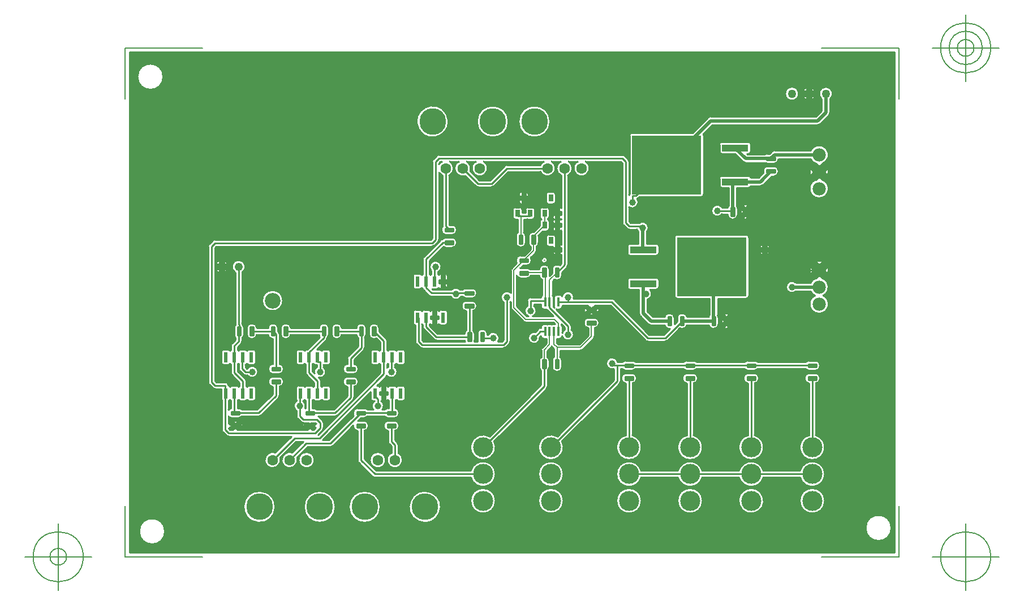
<source format=gbr>
G04 Generated by Ultiboard 14.2 *
%FSLAX24Y24*%
%MOIN*%

%ADD10C,0.0001*%
%ADD11C,0.0100*%
%ADD12C,0.0197*%
%ADD13C,0.0050*%
%ADD14C,0.1183*%
%ADD15R,0.0108X0.0417*%
%ADD16C,0.0167*%
%ADD17R,0.0417X0.0108*%
%ADD18C,0.0500*%
%ADD19R,0.0236X0.0610*%
%ADD20C,0.0394*%
%ADD21C,0.0783*%
%ADD22R,0.4075X0.3465*%
%ADD23R,0.1555X0.0394*%
%ADD24R,0.0177X0.0551*%
%ADD25C,0.1567*%
%ADD26C,0.0633*%
%ADD27C,0.0490*%
%ADD28C,0.0925*%
%ADD29R,0.0256X0.0413*%


G04 ColorRGB 00C000 for the following layer *
%LNCopper Top*%
%LPD*%
G54D10*
G36*
X-17751Y151D02*
X-17751Y151D01*
X-17751Y29649D01*
X-62841Y29649D01*
X-62841Y151D01*
X-17751Y151D01*
D02*
G37*
%LPC*%
G36*
X-29592Y10136D02*
X-29592Y10136D01*
X-29599Y10136D01*
X-29599Y7064D01*
G75*
D01*
G02X-30001Y7064I-201J-714*
G01*
X-30001Y7064D01*
X-30001Y10136D01*
X-30008Y10136D01*
G75*
D01*
G02X-30243Y10371I0J235*
G01*
X-30243Y10371D01*
X-30243Y10479D01*
G75*
D01*
G02X-30008Y10714I235J0*
G01*
X-30008Y10714D01*
X-29592Y10714D01*
G74*
D01*
G02X-29357Y10479I0J235*
G01*
X-29357Y10479D01*
X-29357Y10371D01*
G75*
D01*
G02X-29592Y10136I-235J0*
G01*
D02*
G37*
G36*
X-25999Y7064D02*
G75*
D01*
G02X-26401Y7064I-201J-714*
G01*
X-26401Y7064D01*
X-26401Y10136D01*
X-26408Y10136D01*
G75*
D01*
G02X-26643Y10371I0J235*
G01*
X-26643Y10371D01*
X-26643Y10479D01*
G75*
D01*
G02X-26408Y10714I235J0*
G01*
X-26408Y10714D01*
X-25992Y10714D01*
G74*
D01*
G02X-25757Y10479I0J235*
G01*
X-25757Y10479D01*
X-25757Y10371D01*
G75*
D01*
G02X-25992Y10136I-235J0*
G01*
X-25992Y10136D01*
X-25999Y10136D01*
X-25999Y7064D01*
D02*
G37*
G36*
X-25486Y4574D02*
G75*
D01*
G02X-26914Y4574I-714J201*
G01*
X-26914Y4574D01*
X-29086Y4574D01*
G75*
D01*
G02X-30514Y4574I-714J201*
G01*
X-30514Y4574D01*
X-32686Y4574D01*
G75*
D01*
G02X-32686Y4976I-714J201*
G01*
X-32686Y4976D01*
X-30514Y4976D01*
G75*
D01*
G02X-29086Y4976I714J-201*
G01*
X-29086Y4976D01*
X-26914Y4976D01*
G75*
D01*
G02X-25486Y4976I714J-201*
G01*
X-25486Y4976D01*
X-23314Y4976D01*
G75*
D01*
G02X-23314Y4574I714J-201*
G01*
X-23314Y4574D01*
X-25486Y4574D01*
D02*
G37*
G36*
X-26898Y2949D02*
G75*
D01*
G02X-26898Y2949I698J251*
G01*
D02*
G37*
G36*
X-33192Y10136D02*
X-33192Y10136D01*
X-33199Y10136D01*
X-33199Y7064D01*
G75*
D01*
G02X-33601Y7064I-201J-714*
G01*
X-33601Y7064D01*
X-33601Y10136D01*
X-33608Y10136D01*
G75*
D01*
G02X-33843Y10371I0J235*
G01*
X-33843Y10371D01*
X-33843Y10479D01*
G75*
D01*
G02X-33608Y10714I235J0*
G01*
X-33608Y10714D01*
X-33192Y10714D01*
G74*
D01*
G02X-32957Y10479I0J235*
G01*
X-32957Y10479D01*
X-32957Y10371D01*
G75*
D01*
G02X-33192Y10136I-235J0*
G01*
D02*
G37*
G36*
X-37353Y6713D02*
G75*
D01*
G02X-37637Y6997I-647J-363*
G01*
X-37637Y6997D01*
X-36347Y8287D01*
X-36347Y8287D01*
X-35336Y9298D01*
X-35336Y9298D01*
X-34301Y10333D01*
X-34301Y10968D01*
G75*
D01*
G02X-34062Y11376I-99J332*
G01*
X-34062Y11376D01*
X-33791Y11376D01*
G75*
D01*
G02X-33608Y11464I183J-147*
G01*
X-33608Y11464D01*
X-33192Y11464D01*
G74*
D01*
G02X-33009Y11376I0J235*
G01*
X-33009Y11376D01*
X-30191Y11376D01*
G75*
D01*
G02X-30008Y11464I183J-147*
G01*
X-30008Y11464D01*
X-29592Y11464D01*
G74*
D01*
G02X-29409Y11376I0J235*
G01*
X-29409Y11376D01*
X-26591Y11376D01*
G75*
D01*
G02X-26408Y11464I183J-147*
G01*
X-26408Y11464D01*
X-25992Y11464D01*
G74*
D01*
G02X-25809Y11376I0J235*
G01*
X-25809Y11376D01*
X-22991Y11376D01*
G75*
D01*
G02X-22808Y11464I183J-147*
G01*
X-22808Y11464D01*
X-22392Y11464D01*
G74*
D01*
G02X-22157Y11229I0J235*
G01*
X-22157Y11229D01*
X-22157Y11121D01*
G75*
D01*
G02X-22392Y10886I-235J0*
G01*
X-22392Y10886D01*
X-22808Y10886D01*
G75*
D01*
G02X-22991Y10974I0J235*
G01*
X-22991Y10974D01*
X-25809Y10974D01*
G74*
D01*
G02X-25992Y10886I183J147*
G01*
X-25992Y10886D01*
X-26408Y10886D01*
G75*
D01*
G02X-26591Y10974I0J235*
G01*
X-26591Y10974D01*
X-29409Y10974D01*
G74*
D01*
G02X-29592Y10886I183J147*
G01*
X-29592Y10886D01*
X-30008Y10886D01*
G75*
D01*
G02X-30191Y10974I0J235*
G01*
X-30191Y10974D01*
X-33009Y10974D01*
G74*
D01*
G02X-33192Y10886I183J147*
G01*
X-33192Y10886D01*
X-33608Y10886D01*
G75*
D01*
G02X-33791Y10974I0J235*
G01*
X-33791Y10974D01*
X-33899Y10974D01*
X-33899Y10250D01*
G75*
D01*
G02X-33958Y10108I-201J0*
G01*
X-33958Y10108D01*
X-34768Y9298D01*
X-34768Y9298D01*
X-36347Y7719D01*
X-36347Y7719D01*
X-37353Y6713D01*
D02*
G37*
G36*
X-45796Y5833D02*
G75*
D01*
G02X-45796Y5833I-404J-233*
G01*
D02*
G37*
G36*
X-54664Y13408D02*
G75*
D01*
G02X-54429Y13643I235J0*
G01*
X-54429Y13643D01*
X-54321Y13643D01*
G74*
D01*
G02X-54086Y13408I0J235*
G01*
X-54086Y13408D01*
X-54086Y13196D01*
X-54058Y13167D01*
G75*
D01*
G02X-53999Y13025I-142J-142*
G01*
X-53999Y13025D01*
X-53999Y11264D01*
X-53992Y11264D01*
G74*
D01*
G02X-53757Y11029I0J235*
G01*
X-53757Y11029D01*
X-53757Y10921D01*
G75*
D01*
G02X-53992Y10686I-235J0*
G01*
X-53992Y10686D01*
X-54408Y10686D01*
G75*
D01*
G02X-54643Y10921I0J235*
G01*
X-54643Y10921D01*
X-54643Y11029D01*
G75*
D01*
G02X-54408Y11264I235J0*
G01*
X-54408Y11264D01*
X-54401Y11264D01*
X-54401Y12757D01*
X-54429Y12757D01*
G75*
D01*
G02X-54664Y12992I0J235*
G01*
X-54664Y12992D01*
X-54664Y12999D01*
X-55336Y12999D01*
X-55336Y12992D01*
G75*
D01*
G02X-55571Y12757I-235J0*
G01*
X-55571Y12757D01*
X-55679Y12757D01*
G75*
D01*
G02X-55914Y12992I0J235*
G01*
X-55914Y12992D01*
X-55914Y13408D01*
G75*
D01*
G02X-55679Y13643I235J0*
G01*
X-55679Y13643D01*
X-55571Y13643D01*
G74*
D01*
G02X-55336Y13408I0J235*
G01*
X-55336Y13408D01*
X-55336Y13401D01*
X-54664Y13401D01*
X-54664Y13408D01*
D02*
G37*
G36*
X-45973Y15674D02*
G75*
D01*
G02X-46124Y15825I0J151*
G01*
X-46124Y15825D01*
X-46124Y16435D01*
G75*
D01*
G02X-45973Y16586I151J0*
G01*
X-45973Y16586D01*
X-45737Y16586D01*
G74*
D01*
G02X-45605Y16508I0J151*
G01*
G74*
D01*
G02X-45556Y16561I132J73*
G01*
X-45556Y16561D01*
X-45556Y17445D01*
G74*
D01*
G02X-45497Y17587I201J0*
G01*
X-45497Y17587D01*
X-44517Y18567D01*
G74*
D01*
G02X-44392Y18625I142J142*
G01*
G75*
D01*
G02X-44208Y18714I184J-146*
G01*
X-44208Y18714D01*
X-43792Y18714D01*
G74*
D01*
G02X-43557Y18479I0J235*
G01*
X-43557Y18479D01*
X-43557Y18371D01*
G75*
D01*
G02X-43792Y18136I-235J0*
G01*
X-43792Y18136D01*
X-44208Y18136D01*
G75*
D01*
G02X-44339Y18176I0J235*
G01*
X-44339Y18176D01*
X-45154Y17362D01*
X-45154Y16561D01*
G74*
D01*
G02X-45105Y16508I83J126*
G01*
G74*
D01*
G02X-45056Y16561I132J73*
G01*
X-45056Y16561D01*
X-45056Y16766D01*
G75*
D01*
G02X-44654Y16685I256J234*
G01*
X-44654Y16685D01*
X-44654Y16561D01*
G74*
D01*
G02X-44605Y16508I83J126*
G01*
G75*
D01*
G02X-44473Y16586I132J-73*
G01*
X-44473Y16586D01*
X-44451Y16586D01*
X-44451Y16225D01*
X-44586Y16225D01*
X-44586Y16034D01*
X-44451Y16034D01*
X-44451Y15674D01*
X-44473Y15674D01*
G75*
D01*
G02X-44605Y15752I0J151*
G01*
G74*
D01*
G02X-44737Y15674I132J73*
G01*
X-44737Y15674D01*
X-44973Y15674D01*
G75*
D01*
G02X-44991Y15675I0J151*
G01*
X-44991Y15675D01*
X-44958Y15643D01*
X-43848Y15643D01*
G75*
D01*
G02X-43352Y15643I248J-243*
G01*
X-43352Y15643D01*
X-43208Y15643D01*
G75*
D01*
G02X-43025Y15730I183J-147*
G01*
X-43025Y15730D01*
X-42608Y15730D01*
G74*
D01*
G02X-42374Y15496I0J234*
G01*
X-42374Y15496D01*
X-42374Y15387D01*
G75*
D01*
G02X-42608Y15153I-234J0*
G01*
X-42608Y15153D01*
X-43025Y15153D01*
G75*
D01*
G02X-43208Y15241I0J234*
G01*
X-43208Y15241D01*
X-43292Y15241D01*
G75*
D01*
G02X-43908Y15241I-308J159*
G01*
X-43908Y15241D01*
X-45042Y15241D01*
X-45046Y15241D01*
G74*
D01*
G02X-45184Y15300I4J201*
G01*
X-45184Y15300D01*
X-45497Y15613D01*
G74*
D01*
G02X-45546Y15693I142J142*
G01*
G74*
D01*
G02X-45605Y15752I73J132*
G01*
G74*
D01*
G02X-45737Y15674I132J73*
G01*
X-45737Y15674D01*
X-45973Y15674D01*
D02*
G37*
G36*
X-39486Y18392D02*
G75*
D01*
G02X-39721Y18157I-235J0*
G01*
X-39721Y18157D01*
X-39829Y18157D01*
G75*
D01*
G02X-40064Y18392I0J235*
G01*
X-40064Y18392D01*
X-40064Y18808D01*
G74*
D01*
G02X-39951Y19009I235J0*
G01*
X-39951Y19009D01*
X-39951Y19790D01*
X-40102Y19790D01*
G75*
D01*
G02X-40253Y19941I0J151*
G01*
X-40253Y19941D01*
X-40253Y20354D01*
G75*
D01*
G02X-40102Y20505I151J0*
G01*
X-40102Y20505D01*
X-39846Y20505D01*
G74*
D01*
G02X-39695Y20354I0J151*
G01*
X-39695Y20354D01*
X-39695Y20201D01*
X-39505Y20201D01*
X-39505Y20354D01*
G75*
D01*
G02X-39354Y20505I151J0*
G01*
X-39354Y20505D01*
X-39098Y20505D01*
G74*
D01*
G02X-38947Y20354I0J151*
G01*
X-38947Y20354D01*
X-38947Y19941D01*
G75*
D01*
G02X-39098Y19790I-151J0*
G01*
X-39098Y19790D01*
X-39354Y19790D01*
G75*
D01*
G02X-39406Y19799I0J151*
G01*
X-39406Y19799D01*
X-39599Y19799D01*
X-39599Y19009D01*
G74*
D01*
G02X-39486Y18808I122J201*
G01*
X-39486Y18808D01*
X-39486Y18392D01*
D02*
G37*
G36*
X-38279Y18754D02*
G75*
D01*
G02X-38128Y18905I151J0*
G01*
X-38128Y18905D01*
X-37872Y18905D01*
G74*
D01*
G02X-37721Y18754I0J151*
G01*
X-37721Y18754D01*
X-37721Y18341D01*
G75*
D01*
G02X-37723Y18318I-151J0*
G01*
X-37723Y18318D01*
X-37723Y18123D01*
X-37924Y18123D01*
G74*
D01*
G02X-37890Y18190I324J123*
G01*
X-37890Y18190D01*
X-38128Y18190D01*
G75*
D01*
G02X-38279Y18341I0J151*
G01*
X-38279Y18341D01*
X-38279Y18754D01*
D02*
G37*
G36*
X-38736Y18808D02*
X-38736Y18808D01*
X-38736Y18392D01*
G75*
D01*
G02X-38849Y18191I-235J0*
G01*
X-38849Y18191D01*
X-38849Y17950D01*
G75*
D01*
G02X-38901Y17826I-176J0*
G01*
X-38901Y17826D01*
X-39185Y17541D01*
G74*
D01*
G02X-39157Y17429I207J112*
G01*
X-39157Y17429D01*
X-39157Y17321D01*
G75*
D01*
G02X-39392Y17086I-235J0*
G01*
X-39392Y17086D01*
X-39640Y17086D01*
X-39813Y16914D01*
G75*
D01*
G02X-39808Y16914I5J-235*
G01*
X-39808Y16914D01*
X-39392Y16914D01*
G74*
D01*
G02X-39223Y16843I0J235*
G01*
X-39223Y16843D01*
X-38680Y16843D01*
X-38680Y16875D01*
G75*
D01*
G02X-38446Y17109I234J0*
G01*
X-38446Y17109D01*
X-38337Y17109D01*
G74*
D01*
G02X-38103Y16875I0J234*
G01*
X-38103Y16875D01*
X-38103Y16458D01*
X-38103Y16454D01*
X-38103Y16454D01*
X-37930Y16627D01*
X-37930Y16875D01*
G75*
D01*
G02X-37696Y17109I234J0*
G01*
X-37696Y17109D01*
X-37587Y17109D01*
G74*
D01*
G02X-37500Y17093I0J234*
G01*
X-37500Y17093D01*
X-37401Y17192D01*
X-37401Y17716D01*
G74*
D01*
G02X-37477Y17676I199J284*
G01*
X-37477Y17676D01*
X-37477Y17877D01*
X-37401Y17877D01*
X-37401Y18123D01*
X-37477Y18123D01*
X-37477Y18324D01*
G74*
D01*
G02X-37401Y18284I123J324*
G01*
X-37401Y18284D01*
X-37401Y19131D01*
G74*
D01*
G02X-37498Y19095I97J115*
G01*
X-37498Y19095D01*
X-37527Y19095D01*
X-37527Y19354D01*
X-37401Y19354D01*
X-37401Y19552D01*
X-37527Y19552D01*
X-37527Y20048D01*
X-37401Y20048D01*
X-37401Y20246D01*
X-37527Y20246D01*
X-37527Y20505D01*
X-37498Y20505D01*
G74*
D01*
G02X-37401Y20469I0J151*
G01*
X-37401Y20469D01*
X-37401Y22379D01*
G75*
D01*
G02X-37442Y23199I201J421*
G01*
X-37442Y23199D01*
X-37958Y23199D01*
G75*
D01*
G02X-38621Y22599I-242J-399*
G01*
X-38621Y22599D01*
X-40517Y22599D01*
X-41358Y21758D01*
G75*
D01*
G02X-41500Y21699I-142J142*
G01*
X-41500Y21699D01*
X-42300Y21699D01*
G75*
D01*
G02X-42442Y21758I0J201*
G01*
X-42442Y21758D01*
X-43044Y22360D01*
G75*
D01*
G02X-43442Y23199I-156J440*
G01*
X-43442Y23199D01*
X-43958Y23199D01*
G75*
D01*
G02X-43999Y22379I-242J-399*
G01*
X-43999Y22379D01*
X-43999Y19464D01*
X-43792Y19464D01*
G74*
D01*
G02X-43557Y19229I0J235*
G01*
X-43557Y19229D01*
X-43557Y19121D01*
G75*
D01*
G02X-43792Y18886I-235J0*
G01*
X-43792Y18886D01*
X-44208Y18886D01*
G75*
D01*
G02X-44443Y19121I0J235*
G01*
X-44443Y19121D01*
X-44443Y19229D01*
G74*
D01*
G02X-44401Y19363I235J0*
G01*
G75*
D01*
G02X-44401Y19375I201J12*
G01*
X-44401Y19375D01*
X-44401Y22379D01*
G74*
D01*
G02X-44599Y22558I201J421*
G01*
X-44599Y22558D01*
X-44599Y18600D01*
G75*
D01*
G02X-44658Y18458I-201J0*
G01*
X-44658Y18458D01*
X-44858Y18258D01*
G75*
D01*
G02X-45000Y18199I-142J142*
G01*
X-45000Y18199D01*
X-57717Y18199D01*
X-57799Y18117D01*
X-57799Y10283D01*
X-57717Y10201D01*
X-57200Y10201D01*
G74*
D01*
G02X-56999Y10000I0J201*
G01*
X-56999Y10000D01*
X-56999Y9989D01*
G74*
D01*
G02X-56900Y9915I33J147*
G01*
G75*
D01*
G02X-56768Y9993I132J-73*
G01*
X-56768Y9993D01*
X-56532Y9993D01*
G74*
D01*
G02X-56400Y9915I0J151*
G01*
G74*
D01*
G02X-56351Y9968I132J73*
G01*
X-56351Y9968D01*
X-56351Y10167D01*
X-56792Y10608D01*
G75*
D01*
G02X-56851Y10750I142J142*
G01*
X-56851Y10750D01*
X-56851Y11232D01*
G74*
D01*
G02X-56900Y11285I83J126*
G01*
G74*
D01*
G02X-57032Y11207I132J73*
G01*
X-57032Y11207D01*
X-57268Y11207D01*
G75*
D01*
G02X-57419Y11358I0J151*
G01*
X-57419Y11358D01*
X-57419Y11968D01*
G75*
D01*
G02X-57268Y12119I151J0*
G01*
X-57268Y12119D01*
X-57032Y12119D01*
G74*
D01*
G02X-56900Y12041I0J151*
G01*
G74*
D01*
G02X-56851Y12094I132J73*
G01*
X-56851Y12094D01*
X-56851Y12350D01*
G74*
D01*
G02X-56792Y12492I201J0*
G01*
X-56792Y12492D01*
X-56601Y12683D01*
X-56601Y12832D01*
G75*
D01*
G02X-56664Y12992I172J160*
G01*
X-56664Y12992D01*
X-56664Y13408D01*
G74*
D01*
G02X-56599Y13570I235J0*
G01*
G75*
D01*
G02X-56601Y13600I199J30*
G01*
X-56601Y13600D01*
X-56601Y16660D01*
G75*
D01*
G02X-56199Y16660I201J340*
G01*
X-56199Y16660D01*
X-56199Y13672D01*
G74*
D01*
G02X-56175Y13592I176J97*
G01*
G74*
D01*
G02X-56086Y13408I146J184*
G01*
X-56086Y13408D01*
X-56086Y12992D01*
G75*
D01*
G02X-56199Y12791I-235J0*
G01*
X-56199Y12791D01*
X-56199Y12600D01*
G75*
D01*
G02X-56258Y12458I-201J0*
G01*
X-56258Y12458D01*
X-56449Y12267D01*
X-56449Y12094D01*
G74*
D01*
G02X-56400Y12041I83J126*
G01*
G75*
D01*
G02X-56268Y12119I132J-73*
G01*
X-56268Y12119D01*
X-56032Y12119D01*
G74*
D01*
G02X-55900Y12041I0J151*
G01*
G75*
D01*
G02X-55768Y12119I132J-73*
G01*
X-55768Y12119D01*
X-55532Y12119D01*
G74*
D01*
G02X-55381Y11968I0J151*
G01*
X-55381Y11968D01*
X-55381Y11358D01*
G75*
D01*
G02X-55532Y11207I-151J0*
G01*
X-55532Y11207D01*
X-55768Y11207D01*
G75*
D01*
G02X-55900Y11285I0J151*
G01*
G74*
D01*
G02X-55999Y11211I132J73*
G01*
X-55999Y11211D01*
X-55999Y11083D01*
X-55917Y11001D01*
X-55883Y11001D01*
G75*
D01*
G02X-55883Y10599I283J-201*
G01*
X-55883Y10599D01*
X-56000Y10599D01*
G75*
D01*
G02X-56066Y10610I0J201*
G01*
G74*
D01*
G02X-56142Y10658I66J190*
G01*
X-56142Y10658D01*
X-56342Y10858D01*
G75*
D01*
G02X-56401Y11000I142J142*
G01*
X-56401Y11000D01*
X-56401Y11283D01*
G74*
D01*
G02X-56449Y11232I131J75*
G01*
X-56449Y11232D01*
X-56449Y10833D01*
X-56008Y10392D01*
G75*
D01*
G02X-55949Y10250I-142J-142*
G01*
X-55949Y10250D01*
X-55949Y9968D01*
G74*
D01*
G02X-55900Y9915I83J126*
G01*
G75*
D01*
G02X-55768Y9993I132J-73*
G01*
X-55768Y9993D01*
X-55532Y9993D01*
G74*
D01*
G02X-55381Y9842I0J151*
G01*
X-55381Y9842D01*
X-55381Y9232D01*
G75*
D01*
G02X-55532Y9081I-151J0*
G01*
X-55532Y9081D01*
X-55768Y9081D01*
G75*
D01*
G02X-55900Y9159I0J151*
G01*
G74*
D01*
G02X-56032Y9081I132J73*
G01*
X-56032Y9081D01*
X-56268Y9081D01*
G75*
D01*
G02X-56400Y9159I0J151*
G01*
G74*
D01*
G02X-56449Y9106I132J73*
G01*
X-56449Y9106D01*
X-56449Y8664D01*
X-56392Y8664D01*
G74*
D01*
G02X-56209Y8576I0J235*
G01*
X-56209Y8576D01*
X-55308Y8576D01*
X-55245Y8640D01*
X-54586Y9298D01*
X-54586Y9298D01*
X-54401Y9483D01*
X-54401Y9936D01*
X-54408Y9936D01*
G75*
D01*
G02X-54643Y10171I0J235*
G01*
X-54643Y10171D01*
X-54643Y10279D01*
G75*
D01*
G02X-54408Y10514I235J0*
G01*
X-54408Y10514D01*
X-53992Y10514D01*
G74*
D01*
G02X-53757Y10279I0J235*
G01*
X-53757Y10279D01*
X-53757Y10171D01*
G75*
D01*
G02X-53992Y9936I-235J0*
G01*
X-53992Y9936D01*
X-53999Y9936D01*
X-53999Y9400D01*
G75*
D01*
G02X-54058Y9258I-201J0*
G01*
X-54058Y9258D01*
X-55083Y8233D01*
G75*
D01*
G02X-55225Y8174I-142J142*
G01*
X-55225Y8174D01*
X-56209Y8174D01*
G74*
D01*
G02X-56392Y8086I183J147*
G01*
X-56392Y8086D01*
X-56808Y8086D01*
G75*
D01*
G02X-56999Y8184I0J235*
G01*
X-56999Y8184D01*
X-56999Y7763D01*
X-56787Y7625D01*
X-56999Y7487D01*
X-56999Y7483D01*
X-56917Y7401D01*
X-56756Y7401D01*
X-56600Y7503D01*
X-56444Y7401D01*
X-52356Y7401D01*
X-52200Y7503D01*
X-52044Y7401D01*
X-51983Y7401D01*
X-51859Y7525D01*
X-52013Y7625D01*
X-51829Y7745D01*
X-51883Y7799D01*
X-52120Y7799D01*
X-52200Y7747D01*
X-52280Y7799D01*
X-52600Y7799D01*
G75*
D01*
G02X-52742Y7858I0J201*
G01*
X-52742Y7858D01*
X-52942Y8058D01*
G75*
D01*
G02X-53001Y8200I142J142*
G01*
X-53001Y8200D01*
X-53001Y8517D01*
G75*
D01*
G02X-53001Y9083I201J283*
G01*
X-53001Y9083D01*
X-53001Y9161D01*
G75*
D01*
G02X-53019Y9232I133J71*
G01*
X-53019Y9232D01*
X-53019Y9842D01*
G75*
D01*
G02X-52868Y9993I151J0*
G01*
X-52868Y9993D01*
X-52632Y9993D01*
G74*
D01*
G02X-52500Y9915I0J151*
G01*
G75*
D01*
G02X-52368Y9993I132J-73*
G01*
X-52368Y9993D01*
X-52132Y9993D01*
G74*
D01*
G02X-52000Y9915I0J151*
G01*
G74*
D01*
G02X-51951Y9968I132J73*
G01*
X-51951Y9968D01*
X-51951Y10167D01*
X-52392Y10608D01*
G75*
D01*
G02X-52451Y10750I142J142*
G01*
X-52451Y10750D01*
X-52451Y11232D01*
G74*
D01*
G02X-52500Y11285I83J126*
G01*
G74*
D01*
G02X-52632Y11207I132J73*
G01*
X-52632Y11207D01*
X-52868Y11207D01*
G75*
D01*
G02X-53019Y11358I0J151*
G01*
X-53019Y11358D01*
X-53019Y11968D01*
G75*
D01*
G02X-52868Y12119I151J0*
G01*
X-52868Y12119D01*
X-52632Y12119D01*
G74*
D01*
G02X-52500Y12041I0J151*
G01*
G75*
D01*
G02X-52368Y12119I132J-73*
G01*
X-52368Y12119D01*
X-52365Y12119D01*
X-51624Y12861D01*
G75*
D01*
G02X-51664Y12992I195J131*
G01*
X-51664Y12992D01*
X-51664Y12999D01*
X-53336Y12999D01*
X-53336Y12992D01*
G75*
D01*
G02X-53571Y12757I-235J0*
G01*
X-53571Y12757D01*
X-53679Y12757D01*
G75*
D01*
G02X-53914Y12992I0J235*
G01*
X-53914Y12992D01*
X-53914Y13408D01*
G75*
D01*
G02X-53679Y13643I235J0*
G01*
X-53679Y13643D01*
X-53571Y13643D01*
G74*
D01*
G02X-53336Y13408I0J235*
G01*
X-53336Y13408D01*
X-53336Y13401D01*
X-51664Y13401D01*
X-51664Y13408D01*
G75*
D01*
G02X-51429Y13643I235J0*
G01*
X-51429Y13643D01*
X-51321Y13643D01*
G74*
D01*
G02X-51086Y13408I0J235*
G01*
X-51086Y13408D01*
X-51086Y12992D01*
G75*
D01*
G02X-51175Y12808I-235J0*
G01*
G74*
D01*
G02X-51233Y12683I200J17*
G01*
X-51233Y12683D01*
X-51797Y12119D01*
X-51632Y12119D01*
G74*
D01*
G02X-51500Y12041I0J151*
G01*
G75*
D01*
G02X-51368Y12119I132J-73*
G01*
X-51368Y12119D01*
X-51132Y12119D01*
G74*
D01*
G02X-50981Y11968I0J151*
G01*
X-50981Y11968D01*
X-50981Y11358D01*
G75*
D01*
G02X-51132Y11207I-151J0*
G01*
X-51132Y11207D01*
X-51368Y11207D01*
G75*
D01*
G02X-51399Y11210I0J151*
G01*
X-51399Y11210D01*
X-51399Y11083D01*
G75*
D01*
G02X-51678Y10462I-201J-283*
G01*
X-51678Y10462D01*
X-51608Y10392D01*
G75*
D01*
G02X-51549Y10250I-142J-142*
G01*
X-51549Y10250D01*
X-51549Y9968D01*
G74*
D01*
G02X-51500Y9915I83J126*
G01*
G75*
D01*
G02X-51368Y9993I132J-73*
G01*
X-51368Y9993D01*
X-51132Y9993D01*
G74*
D01*
G02X-50981Y9842I0J151*
G01*
X-50981Y9842D01*
X-50981Y9232D01*
G75*
D01*
G02X-51132Y9081I-151J0*
G01*
X-51132Y9081D01*
X-51368Y9081D01*
G75*
D01*
G02X-51500Y9159I0J151*
G01*
G74*
D01*
G02X-51632Y9081I132J73*
G01*
X-51632Y9081D01*
X-51868Y9081D01*
G75*
D01*
G02X-52000Y9159I0J151*
G01*
G74*
D01*
G02X-52049Y9106I132J73*
G01*
X-52049Y9106D01*
X-52049Y8664D01*
X-51992Y8664D01*
G74*
D01*
G02X-51809Y8576I0J235*
G01*
X-51809Y8576D01*
X-50808Y8576D01*
X-50086Y9298D01*
X-50086Y9298D01*
X-50001Y9383D01*
X-50001Y9936D01*
X-50008Y9936D01*
G75*
D01*
G02X-50243Y10171I0J235*
G01*
X-50243Y10171D01*
X-50243Y10279D01*
G75*
D01*
G02X-50008Y10514I235J0*
G01*
X-50008Y10514D01*
X-49592Y10514D01*
G74*
D01*
G02X-49357Y10279I0J235*
G01*
X-49357Y10279D01*
X-49357Y10171D01*
G75*
D01*
G02X-49592Y9936I-235J0*
G01*
X-49592Y9936D01*
X-49599Y9936D01*
X-49599Y9300D01*
G75*
D01*
G02X-49658Y9158I-201J0*
G01*
X-49658Y9158D01*
X-50583Y8233D01*
G75*
D01*
G02X-50725Y8174I-142J142*
G01*
X-50725Y8174D01*
X-51699Y8174D01*
G74*
D01*
G02X-51658Y8142I101J174*
G01*
X-51658Y8142D01*
X-51458Y7942D01*
G75*
D01*
G02X-51399Y7800I-142J-142*
G01*
X-51399Y7800D01*
X-51399Y7500D01*
G75*
D01*
G02X-51458Y7358I-201J0*
G01*
X-51458Y7358D01*
X-51715Y7101D01*
X-51713Y7101D01*
X-49515Y9298D01*
X-49515Y9298D01*
X-48051Y10763D01*
X-48051Y11232D01*
G74*
D01*
G02X-48100Y11285I83J126*
G01*
G74*
D01*
G02X-48232Y11207I132J73*
G01*
X-48232Y11207D01*
X-48468Y11207D01*
G75*
D01*
G02X-48619Y11358I0J151*
G01*
X-48619Y11358D01*
X-48619Y11968D01*
G75*
D01*
G02X-48468Y12119I151J0*
G01*
X-48468Y12119D01*
X-48232Y12119D01*
G74*
D01*
G02X-48100Y12041I0J151*
G01*
G74*
D01*
G02X-48051Y12094I132J73*
G01*
X-48051Y12094D01*
X-48051Y12542D01*
X-48283Y12774D01*
G74*
D01*
G02X-48371Y12757I88J218*
G01*
X-48371Y12757D01*
X-48479Y12757D01*
G75*
D01*
G02X-48714Y12992I0J235*
G01*
X-48714Y12992D01*
X-48714Y13408D01*
G75*
D01*
G02X-48479Y13643I235J0*
G01*
X-48479Y13643D01*
X-48371Y13643D01*
G74*
D01*
G02X-48136Y13408I0J235*
G01*
X-48136Y13408D01*
X-48136Y13196D01*
X-47708Y12767D01*
G75*
D01*
G02X-47649Y12625I-142J-142*
G01*
X-47649Y12625D01*
X-47649Y12094D01*
G74*
D01*
G02X-47600Y12041I83J126*
G01*
G75*
D01*
G02X-47468Y12119I132J-73*
G01*
X-47468Y12119D01*
X-47232Y12119D01*
G74*
D01*
G02X-47100Y12041I0J151*
G01*
G75*
D01*
G02X-46968Y12119I132J-73*
G01*
X-46968Y12119D01*
X-46732Y12119D01*
G74*
D01*
G02X-46581Y11968I0J151*
G01*
X-46581Y11968D01*
X-46581Y11358D01*
G75*
D01*
G02X-46732Y11207I-151J0*
G01*
X-46732Y11207D01*
X-46968Y11207D01*
G75*
D01*
G02X-47100Y11285I0J151*
G01*
G74*
D01*
G02X-47199Y11211I132J73*
G01*
X-47199Y11211D01*
X-47199Y11083D01*
G75*
D01*
G02X-47672Y10585I-201J-283*
G01*
G74*
D01*
G02X-47708Y10537I178J94*
G01*
X-47708Y10537D01*
X-48252Y9993D01*
X-48232Y9993D01*
G74*
D01*
G02X-48100Y9915I0J151*
G01*
G75*
D01*
G02X-47968Y9993I132J-73*
G01*
X-47968Y9993D01*
X-47945Y9993D01*
X-47945Y9632D01*
X-48081Y9632D01*
X-48081Y9442D01*
X-47945Y9442D01*
X-47945Y9081D01*
X-47968Y9081D01*
G75*
D01*
G02X-47999Y9084I0J151*
G01*
X-47999Y9084D01*
X-47999Y9083D01*
G75*
D01*
G02X-47935Y8576I-201J-283*
G01*
X-47935Y8576D01*
X-47791Y8576D01*
G75*
D01*
G02X-47608Y8664I183J-147*
G01*
X-47608Y8664D01*
X-47551Y8664D01*
X-47551Y9106D01*
G74*
D01*
G02X-47600Y9159I83J126*
G01*
G74*
D01*
G02X-47732Y9081I132J73*
G01*
X-47732Y9081D01*
X-47755Y9081D01*
X-47755Y9442D01*
X-47619Y9442D01*
X-47619Y9632D01*
X-47755Y9632D01*
X-47755Y9993D01*
X-47732Y9993D01*
G74*
D01*
G02X-47600Y9915I0J151*
G01*
G75*
D01*
G02X-47468Y9993I132J-73*
G01*
X-47468Y9993D01*
X-47232Y9993D01*
G74*
D01*
G02X-47100Y9915I0J151*
G01*
G75*
D01*
G02X-46968Y9993I132J-73*
G01*
X-46968Y9993D01*
X-46732Y9993D01*
G74*
D01*
G02X-46581Y9842I0J151*
G01*
X-46581Y9842D01*
X-46581Y9232D01*
G75*
D01*
G02X-46732Y9081I-151J0*
G01*
X-46732Y9081D01*
X-46968Y9081D01*
G75*
D01*
G02X-47100Y9159I0J151*
G01*
G74*
D01*
G02X-47149Y9106I132J73*
G01*
X-47149Y9106D01*
X-47149Y8660D01*
G74*
D01*
G02X-46957Y8429I43J231*
G01*
X-46957Y8429D01*
X-46957Y8321D01*
G75*
D01*
G02X-47192Y8086I-235J0*
G01*
X-47192Y8086D01*
X-47608Y8086D01*
G75*
D01*
G02X-47791Y8174I0J235*
G01*
X-47791Y8174D01*
X-48809Y8174D01*
G74*
D01*
G02X-48992Y8086I183J147*
G01*
X-48992Y8086D01*
X-49204Y8086D01*
X-49377Y7914D01*
X-48992Y7914D01*
G74*
D01*
G02X-48757Y7679I0J235*
G01*
X-48757Y7679D01*
X-48757Y7571D01*
G75*
D01*
G02X-48992Y7336I-235J0*
G01*
X-48992Y7336D01*
X-48999Y7336D01*
X-48999Y5683D01*
X-48292Y4976D01*
X-42714Y4976D01*
G75*
D01*
G02X-42714Y4574I714J-201*
G01*
X-42714Y4574D01*
X-48375Y4574D01*
G75*
D01*
G02X-48517Y4633I0J201*
G01*
X-48517Y4633D01*
X-49342Y5458D01*
G75*
D01*
G02X-49401Y5600I142J142*
G01*
X-49401Y5600D01*
X-49401Y7336D01*
X-49408Y7336D01*
G75*
D01*
G02X-49643Y7571I0J235*
G01*
X-49643Y7571D01*
X-49643Y7648D01*
X-50858Y6433D01*
G75*
D01*
G02X-51000Y6374I-142J142*
G01*
X-51000Y6374D01*
X-52342Y6374D01*
X-52960Y5756D01*
G75*
D01*
G02X-53244Y6040I-440J-156*
G01*
X-53244Y6040D01*
X-52585Y6699D01*
X-53017Y6699D01*
X-53960Y5756D01*
G75*
D01*
G02X-54244Y6040I-440J-156*
G01*
X-54244Y6040D01*
X-53285Y6999D01*
X-57000Y6999D01*
G75*
D01*
G02X-57066Y7010I0J201*
G01*
G74*
D01*
G02X-57142Y7058I66J190*
G01*
X-57142Y7058D01*
X-57342Y7258D01*
G75*
D01*
G02X-57401Y7400I142J142*
G01*
X-57401Y7400D01*
X-57401Y9161D01*
G75*
D01*
G02X-57419Y9232I133J71*
G01*
X-57419Y9232D01*
X-57419Y9799D01*
X-57800Y9799D01*
G75*
D01*
G02X-57866Y9810I0J201*
G01*
G74*
D01*
G02X-57942Y9858I66J190*
G01*
X-57942Y9858D01*
X-58142Y10058D01*
G75*
D01*
G02X-58201Y10200I142J142*
G01*
X-58201Y10200D01*
X-58201Y18200D01*
G74*
D01*
G02X-58142Y18342I201J0*
G01*
X-58142Y18342D01*
X-57942Y18542D01*
G75*
D01*
G02X-57800Y18601I142J-142*
G01*
X-57800Y18601D01*
X-45083Y18601D01*
X-45001Y18683D01*
X-45001Y23200D01*
G74*
D01*
G02X-44942Y23342I201J0*
G01*
X-44942Y23342D01*
X-44742Y23542D01*
G75*
D01*
G02X-44600Y23601I142J-142*
G01*
X-44600Y23601D01*
X-33800Y23601D01*
G75*
D01*
G02X-33658Y23542I0J-201*
G01*
X-33658Y23542D01*
X-33458Y23342D01*
G75*
D01*
G02X-33399Y23200I-142J-142*
G01*
X-33399Y23200D01*
X-33399Y21228D01*
G74*
D01*
G02X-33371Y21306I199J28*
G01*
X-33371Y21306D01*
X-33371Y24735D01*
G75*
D01*
G02X-33220Y24886I151J0*
G01*
X-33220Y24886D01*
X-29653Y24886D01*
X-28762Y25776D01*
G75*
D01*
G02X-28585Y25850I177J-176*
G01*
X-28585Y25850D01*
X-22403Y25850D01*
X-22050Y26203D01*
X-22050Y26887D01*
G75*
D01*
G02X-21550Y26887I250J313*
G01*
X-21550Y26887D01*
X-21550Y26100D01*
G75*
D01*
G02X-21623Y25923I-250J0*
G01*
X-21623Y25923D01*
X-22123Y25423D01*
G75*
D01*
G02X-22300Y25350I-177J177*
G01*
X-22300Y25350D01*
X-28482Y25350D01*
X-29017Y24815D01*
G74*
D01*
G02X-28995Y24735I128J80*
G01*
X-28995Y24735D01*
X-28995Y21270D01*
G75*
D01*
G02X-29145Y21120I-150J0*
G01*
X-29145Y21120D01*
X-32781Y21120D01*
X-32843Y21058D01*
G74*
D01*
G02X-32923Y21009I142J142*
G01*
G75*
D01*
G02X-33399Y20516I-277J-209*
G01*
X-33399Y20516D01*
X-33399Y19683D01*
X-33317Y19601D01*
X-32800Y19601D01*
G75*
D01*
G02X-32775Y19599I0J-201*
G01*
G75*
D01*
G02X-32350Y19059I175J-299*
G01*
X-32350Y19059D01*
X-32350Y18350D01*
X-31786Y18350D01*
G74*
D01*
G02X-31635Y18200I0J150*
G01*
X-31635Y18200D01*
X-31635Y17806D01*
G75*
D01*
G02X-31786Y17655I-151J0*
G01*
X-31786Y17655D01*
X-33341Y17655D01*
G75*
D01*
G02X-33492Y17806I0J151*
G01*
X-33492Y17806D01*
X-33492Y18200D01*
G75*
D01*
G02X-33341Y18350I151J0*
G01*
X-33341Y18350D01*
X-32850Y18350D01*
X-32850Y19059D01*
G74*
D01*
G02X-32932Y19199I250J241*
G01*
X-32932Y19199D01*
X-33400Y19199D01*
G75*
D01*
G02X-33542Y19258I0J201*
G01*
X-33542Y19258D01*
X-33742Y19458D01*
G75*
D01*
G02X-33801Y19600I142J142*
G01*
X-33801Y19600D01*
X-33801Y23117D01*
X-33883Y23199D01*
X-35958Y23199D01*
G75*
D01*
G02X-36442Y23199I-242J-399*
G01*
X-36442Y23199D01*
X-36958Y23199D01*
G75*
D01*
G02X-36999Y22379I-242J-399*
G01*
X-36999Y22379D01*
X-36999Y17109D01*
G75*
D01*
G02X-37058Y16966I-201J-1*
G01*
X-37058Y16966D01*
X-37353Y16671D01*
X-37353Y16458D01*
G75*
D01*
G02X-37587Y16224I-234J0*
G01*
X-37587Y16224D01*
X-37696Y16224D01*
G75*
D01*
G02X-37808Y16252I0J234*
G01*
X-37808Y16252D01*
X-37908Y16151D01*
X-37908Y15312D01*
G74*
D01*
G02X-37845Y15189I88J123*
G01*
X-37845Y15189D01*
X-37845Y14638D01*
G75*
D01*
G02X-37845Y14629I-151J0*
G01*
X-37845Y14629D01*
X-37802Y14587D01*
G75*
D01*
G02X-37812Y14638I141J51*
G01*
X-37812Y14638D01*
X-37812Y15189D01*
G74*
D01*
G02X-37743Y15316I151J0*
G01*
X-37743Y15316D01*
X-37743Y15340D01*
X-37740Y15340D01*
G74*
D01*
G02X-37700Y15335I0J151*
G01*
G75*
D01*
G02X-37661Y15340I39J-146*
G01*
X-37661Y15340D01*
X-37484Y15340D01*
G74*
D01*
G02X-37344Y15246I0J151*
G01*
G75*
D01*
G02X-36664Y15115I344J-46*
G01*
X-36664Y15115D01*
X-34414Y15115D01*
G74*
D01*
G02X-34331Y15097I0J201*
G01*
G74*
D01*
G02X-34272Y15056I83J183*
G01*
X-34272Y15056D01*
X-32217Y13001D01*
X-31358Y13001D01*
X-30999Y13360D01*
X-31076Y13360D01*
G75*
D01*
G02X-31307Y13553I0J234*
G01*
X-31307Y13553D01*
X-32103Y13553D01*
G75*
D01*
G02X-32280Y13627I0J250*
G01*
X-32280Y13627D01*
X-32740Y14087D01*
G75*
D01*
G02X-32813Y14264I176J177*
G01*
X-32813Y14264D01*
X-32813Y15655D01*
X-33341Y15655D01*
G75*
D01*
G02X-33492Y15806I0J151*
G01*
X-33492Y15806D01*
X-33492Y16200D01*
G75*
D01*
G02X-33341Y16350I151J0*
G01*
X-33341Y16350D01*
X-31786Y16350D01*
G74*
D01*
G02X-31635Y16200I0J150*
G01*
X-31635Y16200D01*
X-31635Y15806D01*
G75*
D01*
G02X-31786Y15655I-151J0*
G01*
X-31786Y15655D01*
X-32165Y15655D01*
G75*
D01*
G02X-32314Y15064I-235J-255*
G01*
X-32314Y15064D01*
X-32314Y14367D01*
X-31999Y14052D01*
X-31307Y14052D01*
G75*
D01*
G02X-31076Y14246I231J-41*
G01*
X-31076Y14246D01*
X-30968Y14246D01*
G74*
D01*
G02X-30734Y14011I0J235*
G01*
X-30734Y14011D01*
X-30734Y13626D01*
X-30561Y13798D01*
X-30561Y14011D01*
G75*
D01*
G02X-30326Y14246I235J0*
G01*
X-30326Y14246D01*
X-30218Y14246D01*
G74*
D01*
G02X-29987Y14052I0J235*
G01*
X-29987Y14052D01*
X-28707Y14052D01*
G74*
D01*
G02X-28672Y14141I231J41*
G01*
X-28672Y14141D01*
X-28672Y15120D01*
X-30566Y15120D01*
G75*
D01*
G02X-30716Y15270I0J150*
G01*
X-30716Y15270D01*
X-30716Y18735D01*
G75*
D01*
G02X-30566Y18886I150J0*
G01*
X-30566Y18886D01*
X-26491Y18886D01*
G74*
D01*
G02X-26340Y18735I0J151*
G01*
X-26340Y18735D01*
X-26340Y15270D01*
G75*
D01*
G02X-26491Y15120I-151J0*
G01*
X-26491Y15120D01*
X-28173Y15120D01*
X-28173Y14141D01*
G74*
D01*
G02X-28134Y14011I195J130*
G01*
X-28134Y14011D01*
X-28134Y13594D01*
G75*
D01*
G02X-28368Y13360I-234J0*
G01*
X-28368Y13360D01*
X-28476Y13360D01*
G75*
D01*
G02X-28707Y13553I0J234*
G01*
X-28707Y13553D01*
X-29987Y13553D01*
G74*
D01*
G02X-30218Y13360I231J41*
G01*
X-30218Y13360D01*
X-30326Y13360D01*
G75*
D01*
G02X-30414Y13377I0J234*
G01*
X-30414Y13377D01*
X-31133Y12658D01*
G75*
D01*
G02X-31275Y12599I-142J142*
G01*
X-31275Y12599D01*
X-32300Y12599D01*
G75*
D01*
G02X-32385Y12618I0J201*
G01*
G74*
D01*
G02X-32442Y12658I85J182*
G01*
X-32442Y12658D01*
X-34497Y14713D01*
X-35388Y14713D01*
X-35617Y14564D01*
X-35845Y14713D01*
X-37333Y14713D01*
X-37333Y14638D01*
G75*
D01*
G02X-37484Y14488I-151J0*
G01*
X-37484Y14488D01*
X-37661Y14488D01*
G75*
D01*
G02X-37700Y14493I0J150*
G01*
X-37707Y14491D01*
X-37707Y14491D01*
X-36858Y13642D01*
G75*
D01*
G02X-36799Y13499I-142J-142*
G01*
X-36799Y13499D01*
X-36799Y13283D01*
G75*
D01*
G02X-37333Y12903I-201J-283*
G01*
G74*
D01*
G02X-37484Y12755I151J3*
G01*
X-37484Y12755D01*
X-37652Y12755D01*
X-37652Y12501D01*
X-37569Y12418D01*
X-36331Y12418D01*
X-35793Y12956D01*
X-35793Y13403D01*
X-35825Y13403D01*
G75*
D01*
G02X-36059Y13637I0J234*
G01*
X-36059Y13637D01*
X-36059Y13746D01*
G75*
D01*
G02X-35825Y13980I234J0*
G01*
X-35825Y13980D01*
X-35408Y13980D01*
G74*
D01*
G02X-35174Y13746I0J234*
G01*
X-35174Y13746D01*
X-35174Y13637D01*
G75*
D01*
G02X-35408Y13403I-234J0*
G01*
X-35408Y13403D01*
X-35441Y13403D01*
X-35441Y12884D01*
G75*
D01*
G02X-35492Y12759I-176J-1*
G01*
X-35492Y12759D01*
X-36134Y12117D01*
G75*
D01*
G02X-36259Y12066I-124J125*
G01*
X-36259Y12066D01*
X-37466Y12066D01*
X-37466Y11675D01*
G74*
D01*
G02X-37353Y11475I121J200*
G01*
X-37353Y11475D01*
X-37353Y11058D01*
G75*
D01*
G02X-37587Y10824I-234J0*
G01*
X-37587Y10824D01*
X-37696Y10824D01*
G75*
D01*
G02X-37930Y11058I0J234*
G01*
X-37930Y11058D01*
X-37930Y11475D01*
G74*
D01*
G02X-37818Y11675I234J0*
G01*
X-37818Y11675D01*
X-37818Y12169D01*
X-37950Y12302D01*
G74*
D01*
G02X-37960Y12292I134J114*
G01*
X-37960Y12292D01*
X-38224Y12027D01*
X-38224Y11680D01*
G74*
D01*
G02X-38103Y11475I113J205*
G01*
X-38103Y11475D01*
X-38103Y11058D01*
G75*
D01*
G02X-38191Y10875I-234J0*
G01*
X-38191Y10875D01*
X-38191Y9959D01*
G75*
D01*
G02X-38250Y9816I-201J-1*
G01*
X-38250Y9816D01*
X-38768Y9298D01*
X-38768Y9298D01*
X-41353Y6713D01*
G75*
D01*
G02X-41637Y6997I-647J-363*
G01*
X-41637Y6997D01*
X-39336Y9298D01*
X-39336Y9298D01*
X-38593Y10042D01*
X-38593Y10875D01*
G75*
D01*
G02X-38680Y11058I147J183*
G01*
X-38680Y11058D01*
X-38680Y11475D01*
G74*
D01*
G02X-38576Y11670I234J0*
G01*
X-38576Y11670D01*
X-38576Y12100D01*
G74*
D01*
G02X-38524Y12225I176J0*
G01*
X-38524Y12225D01*
X-38260Y12489D01*
X-38260Y12755D01*
X-38429Y12755D01*
G75*
D01*
G02X-38579Y12906I0J151*
G01*
X-38579Y12906D01*
X-38579Y12936D01*
X-38658Y12858D01*
G75*
D01*
G02X-38942Y13142I-342J-58*
G01*
X-38942Y13142D01*
X-38761Y13323D01*
G75*
D01*
G02X-38618Y13383I143J-141*
G01*
X-38618Y13383D01*
X-38579Y13383D01*
X-38579Y13457D01*
G75*
D01*
G02X-38429Y13608I150J0*
G01*
X-38429Y13608D01*
X-38251Y13608D01*
G74*
D01*
G02X-38212Y13603I0J151*
G01*
G75*
D01*
G02X-38173Y13608I39J-146*
G01*
X-38173Y13608D01*
X-37996Y13608D01*
G74*
D01*
G02X-37956Y13603I0J151*
G01*
G75*
D01*
G02X-37917Y13608I39J-146*
G01*
X-37917Y13608D01*
X-37757Y13608D01*
X-37873Y13724D01*
X-39500Y13724D01*
G75*
D01*
G02X-39625Y13776I0J176*
G01*
X-39625Y13776D01*
X-40324Y14475D01*
G75*
D01*
G02X-40376Y14600I124J125*
G01*
X-40376Y14600D01*
X-40376Y14935D01*
G74*
D01*
G02X-40399Y14917I224J265*
G01*
X-40399Y14917D01*
X-40399Y12600D01*
G75*
D01*
G02X-40458Y12458I-201J0*
G01*
X-40458Y12458D01*
X-40658Y12258D01*
G75*
D01*
G02X-40800Y12199I-142J142*
G01*
X-40800Y12199D01*
X-45600Y12199D01*
G75*
D01*
G02X-45742Y12258I0J201*
G01*
X-45742Y12258D01*
X-45796Y12312D01*
X-45942Y12458D01*
G75*
D01*
G02X-46001Y12600I142J142*
G01*
X-46001Y12600D01*
X-46001Y13550D01*
G75*
D01*
G02X-46124Y13699I28J149*
G01*
X-46124Y13699D01*
X-46124Y14309D01*
G75*
D01*
G02X-45973Y14460I151J0*
G01*
X-45973Y14460D01*
X-45737Y14460D01*
G74*
D01*
G02X-45605Y14382I0J151*
G01*
G75*
D01*
G02X-45473Y14460I132J-73*
G01*
X-45473Y14460D01*
X-45237Y14460D01*
G74*
D01*
G02X-45105Y14382I0J151*
G01*
G75*
D01*
G02X-44973Y14460I132J-73*
G01*
X-44973Y14460D01*
X-44951Y14460D01*
X-44951Y14099D01*
X-45086Y14099D01*
X-45086Y13908D01*
X-44951Y13908D01*
X-44951Y13548D01*
X-44973Y13548D01*
G75*
D01*
G02X-45105Y13626I0J151*
G01*
G74*
D01*
G02X-45154Y13573I132J73*
G01*
X-45154Y13573D01*
X-45154Y13538D01*
X-44683Y13068D01*
X-43080Y13068D01*
X-43080Y13075D01*
G74*
D01*
G02X-42993Y13258I234J0*
G01*
X-42993Y13258D01*
X-42993Y14403D01*
X-43025Y14403D01*
G75*
D01*
G02X-43259Y14637I0J234*
G01*
X-43259Y14637D01*
X-43259Y14746D01*
G75*
D01*
G02X-43025Y14980I234J0*
G01*
X-43025Y14980D01*
X-42608Y14980D01*
G74*
D01*
G02X-42374Y14746I0J234*
G01*
X-42374Y14746D01*
X-42374Y14637D01*
G75*
D01*
G02X-42591Y14404I-234J0*
G01*
X-42591Y14404D01*
X-42591Y13258D01*
G74*
D01*
G02X-42503Y13075I146J183*
G01*
X-42503Y13075D01*
X-42503Y12658D01*
G75*
D01*
G02X-42510Y12601I-234J0*
G01*
X-42510Y12601D01*
X-42323Y12601D01*
G75*
D01*
G02X-42330Y12658I227J57*
G01*
X-42330Y12658D01*
X-42330Y13075D01*
G75*
D01*
G02X-42096Y13309I234J0*
G01*
X-42096Y13309D01*
X-41987Y13309D01*
G74*
D01*
G02X-41753Y13075I0J234*
G01*
X-41753Y13075D01*
X-41753Y13001D01*
X-41683Y13001D01*
G75*
D01*
G02X-41116Y12601I283J-201*
G01*
X-41116Y12601D01*
X-40883Y12601D01*
X-40801Y12683D01*
X-40801Y14917D01*
G75*
D01*
G02X-40376Y15465I201J283*
G01*
X-40376Y15465D01*
X-40376Y16775D01*
G74*
D01*
G02X-40324Y16900I176J0*
G01*
X-40324Y16900D01*
X-40015Y17209D01*
G75*
D01*
G02X-40043Y17321I207J112*
G01*
X-40043Y17321D01*
X-40043Y17429D01*
G75*
D01*
G02X-39808Y17664I235J0*
G01*
X-39808Y17664D01*
X-39560Y17664D01*
X-39201Y18023D01*
X-39201Y18191D01*
G75*
D01*
G02X-39314Y18392I122J201*
G01*
X-39314Y18392D01*
X-39314Y18808D01*
G75*
D01*
G02X-39079Y19043I235J0*
G01*
X-39079Y19043D01*
X-39033Y19043D01*
X-38653Y19423D01*
X-38653Y19659D01*
G74*
D01*
G02X-38556Y19800I151J0*
G01*
G75*
D01*
G02X-38653Y19941I54J141*
G01*
X-38653Y19941D01*
X-38653Y20354D01*
G75*
D01*
G02X-38502Y20505I151J0*
G01*
X-38502Y20505D01*
X-38246Y20505D01*
G74*
D01*
G02X-38095Y20354I0J151*
G01*
X-38095Y20354D01*
X-38095Y19941D01*
G75*
D01*
G02X-38192Y19800I-151J0*
G01*
G74*
D01*
G02X-38095Y19659I54J141*
G01*
X-38095Y19659D01*
X-38095Y19246D01*
G75*
D01*
G02X-38246Y19095I-151J0*
G01*
X-38246Y19095D01*
X-38483Y19095D01*
X-38738Y18840D01*
G74*
D01*
G02X-38736Y18808I233J32*
G01*
D02*
G37*
G36*
X-22808Y10136D02*
G75*
D01*
G02X-23043Y10371I0J235*
G01*
X-23043Y10371D01*
X-23043Y10479D01*
G75*
D01*
G02X-22808Y10714I235J0*
G01*
X-22808Y10714D01*
X-22392Y10714D01*
G74*
D01*
G02X-22157Y10479I0J235*
G01*
X-22157Y10479D01*
X-22157Y10371D01*
G75*
D01*
G02X-22392Y10136I-235J0*
G01*
X-22392Y10136D01*
X-22399Y10136D01*
X-22399Y7064D01*
G75*
D01*
G02X-22801Y7064I-201J-714*
G01*
X-22801Y7064D01*
X-22801Y10136D01*
X-22808Y10136D01*
D02*
G37*
G36*
X-26370Y24350D02*
G74*
D01*
G02X-26219Y24200I0J150*
G01*
X-26219Y24200D01*
X-26219Y23806D01*
G75*
D01*
G02X-26370Y23655I-151J0*
G01*
X-26370Y23655D01*
X-26447Y23655D01*
X-26419Y23627D01*
X-25385Y23627D01*
G75*
D01*
G02X-25256Y23666I129J-195*
G01*
X-25256Y23666D01*
X-25112Y23666D01*
X-25002Y23776D01*
G75*
D01*
G02X-24825Y23850I177J-176*
G01*
X-24825Y23850D01*
X-22701Y23850D01*
G75*
D01*
G02X-22006Y23075I501J-250*
G01*
X-22006Y23075D01*
X-22200Y22881D01*
X-22394Y23075D01*
G74*
D01*
G02X-22701Y23350I194J525*
G01*
X-22701Y23350D01*
X-24604Y23350D01*
X-24604Y23324D01*
G75*
D01*
G02X-24839Y23089I-235J0*
G01*
X-24839Y23089D01*
X-25256Y23089D01*
G75*
D01*
G02X-25385Y23128I0J235*
G01*
X-25385Y23128D01*
X-26522Y23128D01*
G75*
D01*
G02X-26699Y23202I0J250*
G01*
X-26699Y23202D01*
X-26898Y23401D01*
X-27153Y23655D01*
X-27925Y23655D01*
G75*
D01*
G02X-28076Y23806I0J151*
G01*
X-28076Y23806D01*
X-28076Y24200D01*
G75*
D01*
G02X-27925Y24350I151J0*
G01*
X-27925Y24350D01*
X-26370Y24350D01*
D02*
G37*
G36*
X-26370Y22350D02*
G74*
D01*
G02X-26228Y22252I0J150*
G01*
X-26228Y22252D01*
X-25776Y22252D01*
X-25488Y22540D01*
G75*
D01*
G02X-25490Y22574I232J34*
G01*
X-25490Y22574D01*
X-25490Y22682D01*
G75*
D01*
G02X-25256Y22916I234J0*
G01*
X-25256Y22916D01*
X-24839Y22916D01*
G74*
D01*
G02X-24604Y22682I0J234*
G01*
X-24604Y22682D01*
X-24604Y22574D01*
G75*
D01*
G02X-24839Y22339I-235J0*
G01*
X-24839Y22339D01*
X-24983Y22339D01*
X-25496Y21826D01*
G74*
D01*
G02X-25670Y21753I176J177*
G01*
X-25672Y21753D01*
X-25672Y21753D01*
X-26228Y21753D01*
G74*
D01*
G02X-26370Y21655I142J53*
G01*
X-26370Y21655D01*
X-27043Y21655D01*
X-27043Y20583D01*
G74*
D01*
G02X-27004Y20454I195J129*
G01*
X-27004Y20454D01*
X-27004Y20037D01*
G75*
D01*
G02X-27238Y19803I-234J0*
G01*
X-27238Y19803D01*
X-27347Y19803D01*
G75*
D01*
G02X-27581Y20037I0J234*
G01*
X-27581Y20037D01*
X-27581Y20099D01*
X-27917Y20099D01*
G75*
D01*
G02X-27917Y20501I-283J201*
G01*
X-27917Y20501D01*
X-27577Y20501D01*
G74*
D01*
G02X-27542Y20583I230J47*
G01*
X-27542Y20583D01*
X-27542Y21655D01*
X-27925Y21655D01*
G75*
D01*
G02X-28076Y21806I0J151*
G01*
X-28076Y21806D01*
X-28076Y22200D01*
G75*
D01*
G02X-27925Y22350I151J0*
G01*
X-27925Y22350D01*
X-26370Y22350D01*
D02*
G37*
G36*
X-45796Y1985D02*
G75*
D01*
G02X-45796Y1985I371J857*
G01*
D02*
G37*
G36*
X-55245Y1911D02*
G75*
D01*
G02X-55245Y1911I70J931*
G01*
D02*
G37*
G36*
X-19344Y28196D02*
G75*
D01*
G02X-19344Y28196I644J404*
G01*
D02*
G37*
G36*
X-60840Y28196D02*
G75*
D01*
G02X-60840Y28196I-760J4*
G01*
D02*
G37*
G36*
X-36347Y25413D02*
G75*
D01*
G02X-36347Y25413I922J145*
G01*
D02*
G37*
G36*
X-57842Y18747D02*
G75*
D01*
G02X-57842Y18747I-558J253*
G01*
D02*
G37*
G36*
X-45796Y25114D02*
G75*
D01*
G02X-45796Y25114I821J444*
G01*
D02*
G37*
G36*
X-56179Y7777D02*
G74*
D01*
G02X-56157Y7679I213J98*
G01*
X-56157Y7679D01*
X-56157Y7571D01*
G75*
D01*
G02X-56179Y7473I-235J0*
G01*
X-56179Y7473D01*
X-56413Y7625D01*
X-56179Y7777D01*
D02*
G37*
G36*
X-56850Y7910D02*
G75*
D01*
G02X-56808Y7914I42J-231*
G01*
X-56808Y7914D01*
X-56392Y7914D01*
G74*
D01*
G02X-56350Y7910I0J235*
G01*
X-56350Y7910D01*
X-56600Y7747D01*
X-56850Y7910D01*
D02*
G37*
G36*
X-37482Y18000D02*
G75*
D01*
G02X-37482Y18000I-118J0*
G01*
D02*
G37*
G36*
X-37924Y17877D02*
X-37924Y17877D01*
X-37723Y17877D01*
X-37723Y17676D01*
G74*
D01*
G02X-37924Y17877I123J324*
G01*
D02*
G37*
G36*
X-38250Y17525D02*
G75*
D01*
G02X-38250Y17277I-124J-124*
G01*
X-38250Y17277D01*
X-38276Y17251D01*
G75*
D01*
G02X-38524Y17251I-124J124*
G01*
G75*
D01*
G02X-38524Y17499I124J124*
G01*
X-38524Y17499D01*
X-38498Y17525D01*
G75*
D01*
G02X-38250Y17525I124J-124*
G01*
D02*
G37*
G36*
X-52621Y7777D02*
X-52621Y7777D01*
X-52387Y7625D01*
X-52621Y7473D01*
G75*
D01*
G02X-52643Y7571I213J98*
G01*
X-52643Y7571D01*
X-52643Y7679D01*
G74*
D01*
G02X-52621Y7777I235J0*
G01*
D02*
G37*
G36*
X-47733Y5600D02*
G75*
D01*
G02X-47733Y5600I-467J0*
G01*
D02*
G37*
G36*
X-47058Y6642D02*
G75*
D01*
G02X-46999Y6500I-142J-142*
G01*
X-46999Y6500D01*
X-46999Y6021D01*
G75*
D01*
G02X-47401Y6021I-201J-421*
G01*
X-47401Y6021D01*
X-47401Y6417D01*
X-47542Y6558D01*
G75*
D01*
G02X-47601Y6700I142J142*
G01*
X-47601Y6700D01*
X-47601Y7336D01*
X-47608Y7336D01*
G75*
D01*
G02X-47843Y7571I0J235*
G01*
X-47843Y7571D01*
X-47843Y7679D01*
G75*
D01*
G02X-47608Y7914I235J0*
G01*
X-47608Y7914D01*
X-47192Y7914D01*
G74*
D01*
G02X-46957Y7679I0J235*
G01*
X-46957Y7679D01*
X-46957Y7571D01*
G75*
D01*
G02X-47192Y7336I-235J0*
G01*
X-47192Y7336D01*
X-47199Y7336D01*
X-47199Y6783D01*
X-47058Y6642D01*
D02*
G37*
G36*
X-57031Y17140D02*
X-57031Y17140D01*
X-57260Y17140D01*
X-57260Y17369D01*
G74*
D01*
G02X-57031Y17140I140J369*
G01*
D02*
G37*
G36*
X-57225Y17000D02*
G75*
D01*
G02X-57225Y17000I-175J0*
G01*
D02*
G37*
G36*
X-57260Y16631D02*
X-57260Y16631D01*
X-57260Y16860D01*
X-57031Y16860D01*
G74*
D01*
G02X-57260Y16631I369J140*
G01*
D02*
G37*
G36*
X-57540Y17369D02*
X-57540Y17369D01*
X-57540Y17140D01*
X-57769Y17140D01*
G74*
D01*
G02X-57540Y17369I369J140*
G01*
D02*
G37*
G36*
X-57769Y16860D02*
X-57769Y16860D01*
X-57540Y16860D01*
X-57540Y16631D01*
G74*
D01*
G02X-57769Y16860I140J369*
G01*
D02*
G37*
G36*
X-39728Y20695D02*
G75*
D01*
G02X-39879Y20846I0J151*
G01*
X-39879Y20846D01*
X-39879Y20954D01*
X-39699Y20954D01*
X-39699Y20695D01*
X-39728Y20695D01*
D02*
G37*
G36*
X-39728Y21410D02*
X-39728Y21410D01*
X-39699Y21410D01*
X-39699Y21152D01*
X-39879Y21152D01*
X-39879Y21259D01*
G75*
D01*
G02X-39728Y21410I151J0*
G01*
D02*
G37*
G36*
X-39472Y21410D02*
G74*
D01*
G02X-39321Y21259I0J151*
G01*
X-39321Y21259D01*
X-39321Y21152D01*
X-39501Y21152D01*
X-39501Y21410D01*
X-39472Y21410D01*
D02*
G37*
G36*
X-39321Y20846D02*
G75*
D01*
G02X-39472Y20695I-151J0*
G01*
X-39472Y20695D01*
X-39501Y20695D01*
X-39501Y20954D01*
X-39321Y20954D01*
X-39321Y20846D01*
D02*
G37*
G36*
X-38128Y21410D02*
X-38128Y21410D01*
X-37872Y21410D01*
G74*
D01*
G02X-37721Y21259I0J151*
G01*
X-37721Y21259D01*
X-37721Y20846D01*
G75*
D01*
G02X-37872Y20695I-151J0*
G01*
X-37872Y20695D01*
X-38128Y20695D01*
G75*
D01*
G02X-38279Y20846I0J151*
G01*
X-38279Y20846D01*
X-38279Y21259D01*
G75*
D01*
G02X-38128Y21410I151J0*
G01*
D02*
G37*
G36*
X-37905Y19659D02*
G74*
D01*
G02X-37808Y19800I151J0*
G01*
G75*
D01*
G02X-37905Y19941I54J141*
G01*
X-37905Y19941D01*
X-37905Y20048D01*
X-37725Y20048D01*
X-37725Y19552D01*
X-37905Y19552D01*
X-37905Y19659D01*
D02*
G37*
G36*
X-37905Y20354D02*
G75*
D01*
G02X-37754Y20505I151J0*
G01*
X-37754Y20505D01*
X-37725Y20505D01*
X-37725Y20246D01*
X-37905Y20246D01*
X-37905Y20354D01*
D02*
G37*
G36*
X-37754Y19095D02*
G75*
D01*
G02X-37905Y19246I0J151*
G01*
X-37905Y19246D01*
X-37905Y19354D01*
X-37725Y19354D01*
X-37725Y19095D01*
X-37754Y19095D01*
D02*
G37*
G36*
X-44737Y13548D02*
X-44737Y13548D01*
X-44760Y13548D01*
X-44760Y13908D01*
X-44624Y13908D01*
X-44624Y14099D01*
X-44760Y14099D01*
X-44760Y14460D01*
X-44737Y14460D01*
G74*
D01*
G02X-44605Y14382I0J151*
G01*
G75*
D01*
G02X-44473Y14460I132J-73*
G01*
X-44473Y14460D01*
X-44237Y14460D01*
G74*
D01*
G02X-44086Y14309I0J151*
G01*
X-44086Y14309D01*
X-44086Y13699D01*
G75*
D01*
G02X-44237Y13548I-151J0*
G01*
X-44237Y13548D01*
X-44473Y13548D01*
G75*
D01*
G02X-44605Y13626I0J151*
G01*
G74*
D01*
G02X-44737Y13548I132J73*
G01*
D02*
G37*
G36*
X-44237Y16586D02*
G74*
D01*
G02X-44086Y16435I0J151*
G01*
X-44086Y16435D01*
X-44086Y16225D01*
X-44260Y16225D01*
X-44260Y16586D01*
X-44237Y16586D01*
D02*
G37*
G36*
X-44086Y15825D02*
G75*
D01*
G02X-44237Y15674I-151J0*
G01*
X-44237Y15674D01*
X-44260Y15674D01*
X-44260Y16034D01*
X-44086Y16034D01*
X-44086Y15825D01*
D02*
G37*
G36*
X-27520Y13382D02*
G74*
D01*
G02X-27618Y13360I98J212*
G01*
X-27618Y13360D01*
X-27726Y13360D01*
G75*
D01*
G02X-27825Y13382I0J234*
G01*
X-27825Y13382D01*
X-27672Y13615D01*
X-27520Y13382D01*
D02*
G37*
G36*
X-36038Y14594D02*
X-36038Y14594D01*
X-35804Y14442D01*
X-36038Y14289D01*
G75*
D01*
G02X-36059Y14387I213J98*
G01*
X-36059Y14387D01*
X-36059Y14496D01*
G74*
D01*
G02X-36038Y14594I234J0*
G01*
D02*
G37*
G36*
X-35195Y14594D02*
G74*
D01*
G02X-35174Y14496I213J98*
G01*
X-35174Y14496D01*
X-35174Y14387D01*
G75*
D01*
G02X-35195Y14289I-234J0*
G01*
X-35195Y14289D01*
X-35429Y14442D01*
X-35195Y14594D01*
D02*
G37*
G36*
X-27520Y14224D02*
X-27520Y14224D01*
X-27672Y13990D01*
X-27825Y14224D01*
G75*
D01*
G02X-27726Y14246I99J-213*
G01*
X-27726Y14246D01*
X-27618Y14246D01*
G74*
D01*
G02X-27520Y14224I0J235*
G01*
D02*
G37*
G36*
X-27387Y14053D02*
G74*
D01*
G02X-27384Y14011I231J42*
G01*
X-27384Y14011D01*
X-27384Y13594D01*
G75*
D01*
G02X-27387Y13553I-234J0*
G01*
X-27387Y13553D01*
X-27550Y13803D01*
X-27387Y14053D01*
D02*
G37*
G36*
X-27957Y13553D02*
G75*
D01*
G02X-27961Y13594I231J41*
G01*
X-27961Y13594D01*
X-27961Y14011D01*
G74*
D01*
G02X-27957Y14053I235J0*
G01*
X-27957Y14053D01*
X-27794Y13803D01*
X-27957Y13553D01*
D02*
G37*
G36*
X-35367Y14157D02*
G74*
D01*
G02X-35408Y14153I41J230*
G01*
X-35408Y14153D01*
X-35825Y14153D01*
G75*
D01*
G02X-35866Y14157I0J234*
G01*
X-35866Y14157D01*
X-35617Y14319D01*
X-35367Y14157D01*
D02*
G37*
G36*
X-60740Y1400D02*
G75*
D01*
G02X-60740Y1400I-760J0*
G01*
D02*
G37*
G36*
X-51933Y5600D02*
G75*
D01*
G02X-51933Y5600I-467J0*
G01*
D02*
G37*
G36*
X-50692Y2842D02*
G75*
D01*
G02X-50692Y2842I-933J0*
G01*
D02*
G37*
G36*
X-48042Y2842D02*
G75*
D01*
G02X-48042Y2842I-933J0*
G01*
D02*
G37*
G36*
X-17940Y1600D02*
G75*
D01*
G02X-17940Y1600I-760J0*
G01*
D02*
G37*
G36*
X-21858Y3200D02*
G75*
D01*
G02X-21858Y3200I-742J0*
G01*
D02*
G37*
G36*
X-53787Y15000D02*
G75*
D01*
G02X-53787Y15000I-613J0*
G01*
D02*
G37*
G36*
X-49464Y12992D02*
X-49464Y12992D01*
X-49464Y12999D01*
X-50336Y12999D01*
X-50336Y12992D01*
G75*
D01*
G02X-50571Y12757I-235J0*
G01*
X-50571Y12757D01*
X-50679Y12757D01*
G75*
D01*
G02X-50914Y12992I0J235*
G01*
X-50914Y12992D01*
X-50914Y13408D01*
G75*
D01*
G02X-50679Y13643I235J0*
G01*
X-50679Y13643D01*
X-50571Y13643D01*
G74*
D01*
G02X-50336Y13408I0J235*
G01*
X-50336Y13408D01*
X-50336Y13401D01*
X-49464Y13401D01*
X-49464Y13408D01*
G75*
D01*
G02X-49229Y13643I235J0*
G01*
X-49229Y13643D01*
X-49121Y13643D01*
G74*
D01*
G02X-48886Y13408I0J235*
G01*
X-48886Y13408D01*
X-48886Y12992D01*
G75*
D01*
G02X-48974Y12809I-235J0*
G01*
X-48974Y12809D01*
X-48974Y12226D01*
G75*
D01*
G02X-49033Y12083I-201J-1*
G01*
X-49033Y12083D01*
X-49599Y11517D01*
X-49599Y11264D01*
X-49592Y11264D01*
G74*
D01*
G02X-49357Y11029I0J235*
G01*
X-49357Y11029D01*
X-49357Y10921D01*
G75*
D01*
G02X-49592Y10686I-235J0*
G01*
X-49592Y10686D01*
X-50008Y10686D01*
G75*
D01*
G02X-50243Y10921I0J235*
G01*
X-50243Y10921D01*
X-50243Y11029D01*
G75*
D01*
G02X-50008Y11264I235J0*
G01*
X-50008Y11264D01*
X-50001Y11264D01*
X-50001Y11600D01*
G74*
D01*
G02X-49942Y11742I201J0*
G01*
X-49942Y11742D01*
X-49376Y12308D01*
X-49376Y12809D01*
G75*
D01*
G02X-49464Y12992I147J183*
G01*
D02*
G37*
G36*
X-29058Y3200D02*
G75*
D01*
G02X-29058Y3200I-742J0*
G01*
D02*
G37*
G36*
X-32658Y3200D02*
G75*
D01*
G02X-32658Y3200I-742J0*
G01*
D02*
G37*
G36*
X-37258Y3200D02*
G75*
D01*
G02X-37258Y3200I-742J0*
G01*
D02*
G37*
G36*
X-41258Y3200D02*
G75*
D01*
G02X-41258Y3200I-742J0*
G01*
D02*
G37*
G36*
X-37258Y4775D02*
G75*
D01*
G02X-37258Y4775I-742J0*
G01*
D02*
G37*
G36*
X-25523Y18324D02*
X-25523Y18324D01*
X-25523Y18123D01*
X-25724Y18123D01*
G74*
D01*
G02X-25523Y18324I324J123*
G01*
D02*
G37*
G36*
X-22006Y16325D02*
G75*
D01*
G02X-21948Y15300I-194J-525*
G01*
G75*
D01*
G02X-22452Y15300I-252J-500*
G01*
G74*
D01*
G02X-22701Y15550I252J500*
G01*
X-22701Y15550D01*
X-23559Y15550D01*
G75*
D01*
G02X-23559Y16050I-241J250*
G01*
X-23559Y16050D01*
X-22701Y16050D01*
G74*
D01*
G02X-22394Y16325I501J250*
G01*
X-22394Y16325D01*
X-22200Y16519D01*
X-22006Y16325D01*
D02*
G37*
G36*
X-21970Y17310D02*
X-21970Y17310D01*
X-22200Y17081D01*
X-22430Y17310D01*
G75*
D01*
G02X-21970Y17310I230J-510*
G01*
D02*
G37*
G36*
X-21967Y16800D02*
G75*
D01*
G02X-21967Y16800I-233J0*
G01*
D02*
G37*
G36*
X-21690Y17030D02*
G75*
D01*
G02X-21690Y16570I-510J-230*
G01*
X-21690Y16570D01*
X-21919Y16800D01*
X-21690Y17030D01*
D02*
G37*
G36*
X-22710Y17030D02*
X-22710Y17030D01*
X-22481Y16800D01*
X-22710Y16570D01*
G75*
D01*
G02X-22710Y17030I510J230*
G01*
D02*
G37*
G36*
X-25277Y17676D02*
X-25277Y17676D01*
X-25277Y17877D01*
X-25076Y17877D01*
G74*
D01*
G02X-25277Y17676I324J123*
G01*
D02*
G37*
G36*
X-25282Y18000D02*
G75*
D01*
G02X-25282Y18000I-118J0*
G01*
D02*
G37*
G36*
X-25724Y17877D02*
X-25724Y17877D01*
X-25523Y17877D01*
X-25523Y17676D01*
G74*
D01*
G02X-25724Y17877I123J324*
G01*
D02*
G37*
G36*
X-25076Y18123D02*
X-25076Y18123D01*
X-25277Y18123D01*
X-25277Y18324D01*
G74*
D01*
G02X-25076Y18123I123J324*
G01*
D02*
G37*
G36*
X-26828Y19996D02*
G75*
D01*
G02X-26831Y20037I231J41*
G01*
X-26831Y20037D01*
X-26831Y20454D01*
G74*
D01*
G02X-26828Y20495I234J0*
G01*
X-26828Y20495D01*
X-26665Y20245D01*
X-26828Y19996D01*
D02*
G37*
G36*
X-26258Y20495D02*
G74*
D01*
G02X-26254Y20454I230J41*
G01*
X-26254Y20454D01*
X-26254Y20037D01*
G75*
D01*
G02X-26258Y19996I-234J0*
G01*
X-26258Y19996D01*
X-26421Y20245D01*
X-26258Y20495D01*
D02*
G37*
G36*
X-26390Y20667D02*
X-26390Y20667D01*
X-26543Y20433D01*
X-26695Y20667D01*
G75*
D01*
G02X-26597Y20688I98J-213*
G01*
X-26597Y20688D01*
X-26488Y20688D01*
G74*
D01*
G02X-26390Y20667I0J234*
G01*
D02*
G37*
G36*
X-26390Y19824D02*
G74*
D01*
G02X-26488Y19803I98J213*
G01*
X-26488Y19803D01*
X-26597Y19803D01*
G75*
D01*
G02X-26695Y19824I0J234*
G01*
X-26695Y19824D01*
X-26543Y20058D01*
X-26390Y19824D01*
D02*
G37*
G36*
X-22006Y22125D02*
G75*
D01*
G02X-22394Y22125I-194J-525*
G01*
X-22394Y22125D01*
X-22200Y22319D01*
X-22006Y22125D01*
D02*
G37*
G36*
X-21967Y22600D02*
G75*
D01*
G02X-21967Y22600I-233J0*
G01*
D02*
G37*
G36*
X-21690Y22830D02*
G75*
D01*
G02X-21690Y22370I-510J-230*
G01*
X-21690Y22370D01*
X-21919Y22600D01*
X-21690Y22830D01*
D02*
G37*
G36*
X-22710Y22830D02*
X-22710Y22830D01*
X-22481Y22600D01*
X-22710Y22370D01*
G75*
D01*
G02X-22710Y22830I510J230*
G01*
D02*
G37*
G36*
X-22426Y27342D02*
X-22426Y27342D01*
X-22658Y27342D01*
X-22658Y27574D01*
G74*
D01*
G02X-22426Y27342I142J374*
G01*
D02*
G37*
G36*
X-22625Y27200D02*
G75*
D01*
G02X-22625Y27200I-175J0*
G01*
D02*
G37*
G36*
X-22658Y26826D02*
X-22658Y26826D01*
X-22658Y27058D01*
X-22426Y27058D01*
G74*
D01*
G02X-22658Y26826I374J142*
G01*
D02*
G37*
G36*
X-22942Y27574D02*
X-22942Y27574D01*
X-22942Y27342D01*
X-23174Y27342D01*
G74*
D01*
G02X-22942Y27574I374J142*
G01*
D02*
G37*
G36*
X-23400Y27200D02*
G75*
D01*
G02X-23400Y27200I-400J0*
G01*
D02*
G37*
G36*
X-23174Y27058D02*
X-23174Y27058D01*
X-22942Y27058D01*
X-22942Y26826D01*
G74*
D01*
G02X-23174Y27058I142J374*
G01*
D02*
G37*
G36*
X-40492Y25558D02*
G75*
D01*
G02X-40492Y25558I-933J0*
G01*
D02*
G37*
G36*
X-38042Y25558D02*
G75*
D01*
G02X-38042Y25558I-933J0*
G01*
D02*
G37*
%LPD*%
G36*
X-49626Y8233D02*
X-49626Y8233D01*
X-51083Y6776D01*
X-51469Y6776D01*
X-48947Y9298D01*
X-48947Y9298D01*
X-48619Y9626D01*
X-48619Y9232D01*
G75*
D01*
G03X-48468Y9081I151J0*
G01*
X-48468Y9081D01*
X-48403Y9081D01*
G75*
D01*
G03X-48465Y8576I203J-281*
G01*
X-48465Y8576D01*
X-48809Y8576D01*
G74*
D01*
G03X-48992Y8664I183J147*
G01*
X-48992Y8664D01*
X-49408Y8664D01*
G75*
D01*
G03X-49643Y8429I0J-235*
G01*
X-49643Y8429D01*
X-49643Y8321D01*
G75*
D01*
G03X-49626Y8233I235J0*
G01*
D02*
G37*
G36*
X-40742Y22942D02*
G75*
D01*
G02X-40600Y23001I142J-142*
G01*
X-40600Y23001D01*
X-38621Y23001D01*
G74*
D01*
G02X-38442Y23199I421J201*
G01*
X-38442Y23199D01*
X-41958Y23199D01*
G75*
D01*
G02X-42442Y23199I-242J-399*
G01*
X-42442Y23199D01*
X-42958Y23199D01*
G75*
D01*
G02X-42760Y22644I-242J-399*
G01*
X-42760Y22644D01*
X-42217Y22101D01*
X-41583Y22101D01*
X-40742Y22942D01*
D02*
G37*
G36*
X-39401Y14683D02*
X-39401Y14683D01*
X-39401Y15000D01*
G75*
D01*
G02X-39200Y15201I201J0*
G01*
X-39200Y15201D01*
X-38579Y15201D01*
G74*
D01*
G02X-38516Y15312I150J12*
G01*
X-38516Y15312D01*
X-38516Y16235D01*
G75*
D01*
G02X-38680Y16458I70J223*
G01*
X-38680Y16458D01*
X-38680Y16491D01*
X-39171Y16491D01*
G74*
D01*
G02X-39392Y16336I221J80*
G01*
X-39392Y16336D01*
X-39808Y16336D01*
G75*
D01*
G02X-40024Y16479I0J235*
G01*
X-40024Y16479D01*
X-40024Y14673D01*
X-39427Y14076D01*
X-39323Y14076D01*
G75*
D01*
G02X-39401Y14683I123J324*
G01*
D02*
G37*
G36*
X-45497Y13313D02*
G75*
D01*
G02X-45556Y13455I142J142*
G01*
X-45556Y13455D01*
X-45556Y13573D01*
G74*
D01*
G02X-45599Y13615I83J126*
G01*
X-45599Y13615D01*
X-45599Y12683D01*
X-45517Y12601D01*
X-43073Y12601D01*
G75*
D01*
G02X-43080Y12658I227J57*
G01*
X-43080Y12658D01*
X-43080Y12666D01*
X-44766Y12666D01*
G75*
D01*
G02X-44807Y12670I-1J201*
G01*
G74*
D01*
G02X-44909Y12725I40J197*
G01*
X-44909Y12725D01*
X-45497Y13313D01*
D02*
G37*
G36*
X-38999Y14683D02*
G75*
D01*
G02X-39077Y14076I-201J-283*
G01*
X-39077Y14076D01*
X-37860Y14076D01*
X-38226Y14442D01*
G74*
D01*
G02X-38260Y14488I142J142*
G01*
X-38260Y14488D01*
X-38429Y14488D01*
G75*
D01*
G02X-38579Y14638I0J150*
G01*
X-38579Y14638D01*
X-38579Y14799D01*
X-38999Y14799D01*
X-38999Y14683D01*
D02*
G37*
G36*
X-51938Y10722D02*
G75*
D01*
G02X-51801Y11083I338J78*
G01*
X-51801Y11083D01*
X-51801Y11206D01*
X-51807Y11207D01*
X-51807Y11207D01*
X-51868Y11207D01*
G75*
D01*
G02X-52000Y11285I0J151*
G01*
G74*
D01*
G02X-52049Y11232I132J73*
G01*
X-52049Y11232D01*
X-52049Y10833D01*
X-51938Y10722D01*
D02*
G37*
G36*
X-37396Y13580D02*
G74*
D01*
G02X-37333Y13457I88J123*
G01*
X-37333Y13457D01*
X-37333Y13097D01*
G74*
D01*
G02X-37201Y13283I333J97*
G01*
X-37201Y13283D01*
X-37201Y13417D01*
X-37396Y13612D01*
X-37396Y13580D01*
D02*
G37*
G36*
X-56851Y9106D02*
X-56851Y9106D01*
X-56851Y8660D01*
G74*
D01*
G03X-56999Y8566I43J231*
G01*
X-56999Y8566D01*
X-56999Y9085D01*
G74*
D01*
G03X-56900Y9159I33J147*
G01*
G74*
D01*
G03X-56851Y9106I132J73*
G01*
D02*
G37*
G36*
X-52451Y9106D02*
X-52451Y9106D01*
X-52451Y8660D01*
G74*
D01*
G03X-52487Y8650I43J231*
G01*
G75*
D01*
G03X-52599Y9083I-313J150*
G01*
X-52599Y9083D01*
X-52599Y9085D01*
G74*
D01*
G03X-52500Y9159I33J147*
G01*
G74*
D01*
G03X-52451Y9106I132J73*
G01*
D02*
G37*
G36*
X-44599Y23042D02*
G74*
D01*
G02X-44442Y23199I399J242*
G01*
X-44442Y23199D01*
X-44517Y23199D01*
X-44599Y23117D01*
X-44599Y23042D01*
D02*
G37*
G36*
X-47601Y11083D02*
G74*
D01*
G03X-47649Y11041I201J283*
G01*
X-47649Y11041D01*
X-47649Y11232D01*
G74*
D01*
G03X-47601Y11283I83J126*
G01*
X-47601Y11283D01*
X-47601Y11083D01*
D02*
G37*
G36*
X-37444Y19800D02*
G74*
D01*
G02X-37401Y19775I54J141*
G01*
X-37401Y19775D01*
X-37401Y19825D01*
G74*
D01*
G02X-37444Y19800I97J116*
G01*
D02*
G37*
G54D11*
X-29592Y10136D02*
X-29599Y10136D01*
X-29599Y7064D01*
G75*
D01*
G02X-30001Y7064I-201J-714*
G01*
X-30001Y10136D01*
X-30008Y10136D01*
G75*
D01*
G02X-30243Y10371I0J235*
G01*
X-30243Y10479D01*
G75*
D01*
G02X-30008Y10714I235J0*
G01*
X-29592Y10714D01*
G74*
D01*
G02X-29357Y10479I0J235*
G01*
X-29357Y10371D01*
G75*
D01*
G02X-29592Y10136I-235J0*
G01*
X-25999Y7064D02*
G75*
D01*
G02X-26401Y7064I-201J-714*
G01*
X-26401Y10136D01*
X-26408Y10136D01*
G75*
D01*
G02X-26643Y10371I0J235*
G01*
X-26643Y10479D01*
G75*
D01*
G02X-26408Y10714I235J0*
G01*
X-25992Y10714D01*
G74*
D01*
G02X-25757Y10479I0J235*
G01*
X-25757Y10371D01*
G75*
D01*
G02X-25992Y10136I-235J0*
G01*
X-25999Y10136D01*
X-25999Y7064D01*
X-25486Y4574D02*
G75*
D01*
G02X-26914Y4574I-714J201*
G01*
X-29086Y4574D01*
G75*
D01*
G02X-30514Y4574I-714J201*
G01*
X-32686Y4574D01*
G75*
D01*
G02X-32686Y4976I-714J201*
G01*
X-30514Y4976D01*
G75*
D01*
G02X-29086Y4976I714J-201*
G01*
X-26914Y4976D01*
G75*
D01*
G02X-25486Y4976I714J-201*
G01*
X-23314Y4976D01*
G75*
D01*
G02X-23314Y4574I714J-201*
G01*
X-25486Y4574D01*
X-26898Y2949D02*
G75*
D01*
G02X-26898Y2949I698J251*
G01*
X-33192Y10136D02*
X-33199Y10136D01*
X-33199Y7064D01*
G75*
D01*
G02X-33601Y7064I-201J-714*
G01*
X-33601Y10136D01*
X-33608Y10136D01*
G75*
D01*
G02X-33843Y10371I0J235*
G01*
X-33843Y10479D01*
G75*
D01*
G02X-33608Y10714I235J0*
G01*
X-33192Y10714D01*
G74*
D01*
G02X-32957Y10479I0J235*
G01*
X-32957Y10371D01*
G75*
D01*
G02X-33192Y10136I-235J0*
G01*
X-37353Y6713D02*
G75*
D01*
G02X-37637Y6997I-647J-363*
G01*
X-36347Y8287D01*
X-36347Y8287D01*
X-35336Y9298D01*
X-35336Y9298D01*
X-34301Y10333D01*
X-34301Y10968D01*
G75*
D01*
G02X-34062Y11376I-99J332*
G01*
X-33791Y11376D01*
G75*
D01*
G02X-33608Y11464I183J-147*
G01*
X-33192Y11464D01*
G74*
D01*
G02X-33009Y11376I0J235*
G01*
X-30191Y11376D01*
G75*
D01*
G02X-30008Y11464I183J-147*
G01*
X-29592Y11464D01*
G74*
D01*
G02X-29409Y11376I0J235*
G01*
X-26591Y11376D01*
G75*
D01*
G02X-26408Y11464I183J-147*
G01*
X-25992Y11464D01*
G74*
D01*
G02X-25809Y11376I0J235*
G01*
X-22991Y11376D01*
G75*
D01*
G02X-22808Y11464I183J-147*
G01*
X-22392Y11464D01*
G74*
D01*
G02X-22157Y11229I0J235*
G01*
X-22157Y11121D01*
G75*
D01*
G02X-22392Y10886I-235J0*
G01*
X-22808Y10886D01*
G75*
D01*
G02X-22991Y10974I0J235*
G01*
X-25809Y10974D01*
G74*
D01*
G02X-25992Y10886I183J147*
G01*
X-26408Y10886D01*
G75*
D01*
G02X-26591Y10974I0J235*
G01*
X-29409Y10974D01*
G74*
D01*
G02X-29592Y10886I183J147*
G01*
X-30008Y10886D01*
G75*
D01*
G02X-30191Y10974I0J235*
G01*
X-33009Y10974D01*
G74*
D01*
G02X-33192Y10886I183J147*
G01*
X-33608Y10886D01*
G75*
D01*
G02X-33791Y10974I0J235*
G01*
X-33899Y10974D01*
X-33899Y10250D01*
G75*
D01*
G02X-33958Y10108I-201J0*
G01*
X-34768Y9298D01*
X-34768Y9298D01*
X-36347Y7719D01*
X-36347Y7719D01*
X-37353Y6713D01*
X-45796Y5833D02*
G75*
D01*
G02X-45796Y5833I-404J-233*
G01*
X-54664Y13408D02*
G75*
D01*
G02X-54429Y13643I235J0*
G01*
X-54321Y13643D01*
G74*
D01*
G02X-54086Y13408I0J235*
G01*
X-54086Y13196D01*
X-54058Y13167D01*
G75*
D01*
G02X-53999Y13025I-142J-142*
G01*
X-53999Y11264D01*
X-53992Y11264D01*
G74*
D01*
G02X-53757Y11029I0J235*
G01*
X-53757Y10921D01*
G75*
D01*
G02X-53992Y10686I-235J0*
G01*
X-54408Y10686D01*
G75*
D01*
G02X-54643Y10921I0J235*
G01*
X-54643Y11029D01*
G75*
D01*
G02X-54408Y11264I235J0*
G01*
X-54401Y11264D01*
X-54401Y12757D01*
X-54429Y12757D01*
G75*
D01*
G02X-54664Y12992I0J235*
G01*
X-54664Y12999D01*
X-55336Y12999D01*
X-55336Y12992D01*
G75*
D01*
G02X-55571Y12757I-235J0*
G01*
X-55679Y12757D01*
G75*
D01*
G02X-55914Y12992I0J235*
G01*
X-55914Y13408D01*
G75*
D01*
G02X-55679Y13643I235J0*
G01*
X-55571Y13643D01*
G74*
D01*
G02X-55336Y13408I0J235*
G01*
X-55336Y13401D01*
X-54664Y13401D01*
X-54664Y13408D01*
X-45973Y15674D02*
G75*
D01*
G02X-46124Y15825I0J151*
G01*
X-46124Y16435D01*
G75*
D01*
G02X-45973Y16586I151J0*
G01*
X-45737Y16586D01*
G74*
D01*
G02X-45605Y16508I0J151*
G01*
G74*
D01*
G02X-45556Y16561I132J73*
G01*
X-45556Y17445D01*
G74*
D01*
G02X-45497Y17587I201J0*
G01*
X-44517Y18567D01*
G74*
D01*
G02X-44392Y18625I142J142*
G01*
G75*
D01*
G02X-44208Y18714I184J-146*
G01*
X-43792Y18714D01*
G74*
D01*
G02X-43557Y18479I0J235*
G01*
X-43557Y18371D01*
G75*
D01*
G02X-43792Y18136I-235J0*
G01*
X-44208Y18136D01*
G75*
D01*
G02X-44339Y18176I0J235*
G01*
X-45154Y17362D01*
X-45154Y16561D01*
G74*
D01*
G02X-45105Y16508I83J126*
G01*
G74*
D01*
G02X-45056Y16561I132J73*
G01*
X-45056Y16766D01*
G75*
D01*
G02X-44654Y16685I256J234*
G01*
X-44654Y16561D01*
G74*
D01*
G02X-44605Y16508I83J126*
G01*
G75*
D01*
G02X-44473Y16586I132J-73*
G01*
X-44451Y16586D01*
X-44451Y16225D01*
X-44586Y16225D01*
X-44586Y16034D01*
X-44451Y16034D01*
X-44451Y15674D01*
X-44473Y15674D01*
G75*
D01*
G02X-44605Y15752I0J151*
G01*
G74*
D01*
G02X-44737Y15674I132J73*
G01*
X-44973Y15674D01*
G75*
D01*
G02X-44991Y15675I0J151*
G01*
X-44958Y15643D01*
X-43848Y15643D01*
G75*
D01*
G02X-43352Y15643I248J-243*
G01*
X-43208Y15643D01*
G75*
D01*
G02X-43025Y15730I183J-147*
G01*
X-42608Y15730D01*
G74*
D01*
G02X-42374Y15496I0J234*
G01*
X-42374Y15387D01*
G75*
D01*
G02X-42608Y15153I-234J0*
G01*
X-43025Y15153D01*
G75*
D01*
G02X-43208Y15241I0J234*
G01*
X-43292Y15241D01*
G75*
D01*
G02X-43908Y15241I-308J159*
G01*
X-45042Y15241D01*
X-45046Y15241D01*
G74*
D01*
G02X-45184Y15300I4J201*
G01*
X-45497Y15613D01*
G74*
D01*
G02X-45546Y15693I142J142*
G01*
G74*
D01*
G02X-45605Y15752I73J132*
G01*
G74*
D01*
G02X-45737Y15674I132J73*
G01*
X-45973Y15674D01*
X-39486Y18392D02*
G75*
D01*
G02X-39721Y18157I-235J0*
G01*
X-39829Y18157D01*
G75*
D01*
G02X-40064Y18392I0J235*
G01*
X-40064Y18808D01*
G74*
D01*
G02X-39951Y19009I235J0*
G01*
X-39951Y19790D01*
X-40102Y19790D01*
G75*
D01*
G02X-40253Y19941I0J151*
G01*
X-40253Y20354D01*
G75*
D01*
G02X-40102Y20505I151J0*
G01*
X-39846Y20505D01*
G74*
D01*
G02X-39695Y20354I0J151*
G01*
X-39695Y20201D01*
X-39505Y20201D01*
X-39505Y20354D01*
G75*
D01*
G02X-39354Y20505I151J0*
G01*
X-39098Y20505D01*
G74*
D01*
G02X-38947Y20354I0J151*
G01*
X-38947Y19941D01*
G75*
D01*
G02X-39098Y19790I-151J0*
G01*
X-39354Y19790D01*
G75*
D01*
G02X-39406Y19799I0J151*
G01*
X-39599Y19799D01*
X-39599Y19009D01*
G74*
D01*
G02X-39486Y18808I122J201*
G01*
X-39486Y18392D01*
X-38279Y18754D02*
G75*
D01*
G02X-38128Y18905I151J0*
G01*
X-37872Y18905D01*
G74*
D01*
G02X-37721Y18754I0J151*
G01*
X-37721Y18341D01*
G75*
D01*
G02X-37723Y18318I-151J0*
G01*
X-37723Y18123D01*
X-37924Y18123D01*
G74*
D01*
G02X-37890Y18190I324J123*
G01*
X-38128Y18190D01*
G75*
D01*
G02X-38279Y18341I0J151*
G01*
X-38279Y18754D01*
X-38736Y18808D02*
X-38736Y18392D01*
G75*
D01*
G02X-38849Y18191I-235J0*
G01*
X-38849Y17950D01*
G75*
D01*
G02X-38901Y17826I-176J0*
G01*
X-39185Y17541D01*
G74*
D01*
G02X-39157Y17429I207J112*
G01*
X-39157Y17321D01*
G75*
D01*
G02X-39392Y17086I-235J0*
G01*
X-39640Y17086D01*
X-39813Y16914D01*
G75*
D01*
G02X-39808Y16914I5J-235*
G01*
X-39392Y16914D01*
G74*
D01*
G02X-39223Y16843I0J235*
G01*
X-38680Y16843D01*
X-38680Y16875D01*
G75*
D01*
G02X-38446Y17109I234J0*
G01*
X-38337Y17109D01*
G74*
D01*
G02X-38103Y16875I0J234*
G01*
X-38103Y16458D01*
X-38103Y16454D01*
X-37930Y16627D01*
X-37930Y16875D01*
G75*
D01*
G02X-37696Y17109I234J0*
G01*
X-37587Y17109D01*
G74*
D01*
G02X-37500Y17093I0J234*
G01*
X-37401Y17192D01*
X-37401Y17716D01*
G74*
D01*
G02X-37477Y17676I199J284*
G01*
X-37477Y17877D01*
X-37401Y17877D01*
X-37401Y18123D01*
X-37477Y18123D01*
X-37477Y18324D01*
G74*
D01*
G02X-37401Y18284I123J324*
G01*
X-37401Y19131D01*
G74*
D01*
G02X-37498Y19095I97J115*
G01*
X-37527Y19095D01*
X-37527Y19354D01*
X-37401Y19354D01*
X-37401Y19552D01*
X-37527Y19552D01*
X-37527Y20048D01*
X-37401Y20048D01*
X-37401Y20246D01*
X-37527Y20246D01*
X-37527Y20505D01*
X-37498Y20505D01*
G74*
D01*
G02X-37401Y20469I0J151*
G01*
X-37401Y22379D01*
G75*
D01*
G02X-37442Y23199I201J421*
G01*
X-37958Y23199D01*
G75*
D01*
G02X-38621Y22599I-242J-399*
G01*
X-40517Y22599D01*
X-41358Y21758D01*
G75*
D01*
G02X-41500Y21699I-142J142*
G01*
X-42300Y21699D01*
G75*
D01*
G02X-42442Y21758I0J201*
G01*
X-43044Y22360D01*
G75*
D01*
G02X-43442Y23199I-156J440*
G01*
X-43958Y23199D01*
G75*
D01*
G02X-43999Y22379I-242J-399*
G01*
X-43999Y19464D01*
X-43792Y19464D01*
G74*
D01*
G02X-43557Y19229I0J235*
G01*
X-43557Y19121D01*
G75*
D01*
G02X-43792Y18886I-235J0*
G01*
X-44208Y18886D01*
G75*
D01*
G02X-44443Y19121I0J235*
G01*
X-44443Y19229D01*
G74*
D01*
G02X-44401Y19363I235J0*
G01*
G75*
D01*
G02X-44401Y19375I201J12*
G01*
X-44401Y22379D01*
G74*
D01*
G02X-44599Y22558I201J421*
G01*
X-44599Y18600D01*
G75*
D01*
G02X-44658Y18458I-201J0*
G01*
X-44858Y18258D01*
G75*
D01*
G02X-45000Y18199I-142J142*
G01*
X-57717Y18199D01*
X-57799Y18117D01*
X-57799Y10283D01*
X-57717Y10201D01*
X-57200Y10201D01*
G74*
D01*
G02X-56999Y10000I0J201*
G01*
X-56999Y9989D01*
G74*
D01*
G02X-56900Y9915I33J147*
G01*
G75*
D01*
G02X-56768Y9993I132J-73*
G01*
X-56532Y9993D01*
G74*
D01*
G02X-56400Y9915I0J151*
G01*
G74*
D01*
G02X-56351Y9968I132J73*
G01*
X-56351Y10167D01*
X-56792Y10608D01*
G75*
D01*
G02X-56851Y10750I142J142*
G01*
X-56851Y11232D01*
G74*
D01*
G02X-56900Y11285I83J126*
G01*
G74*
D01*
G02X-57032Y11207I132J73*
G01*
X-57268Y11207D01*
G75*
D01*
G02X-57419Y11358I0J151*
G01*
X-57419Y11968D01*
G75*
D01*
G02X-57268Y12119I151J0*
G01*
X-57032Y12119D01*
G74*
D01*
G02X-56900Y12041I0J151*
G01*
G74*
D01*
G02X-56851Y12094I132J73*
G01*
X-56851Y12350D01*
G74*
D01*
G02X-56792Y12492I201J0*
G01*
X-56601Y12683D01*
X-56601Y12832D01*
G75*
D01*
G02X-56664Y12992I172J160*
G01*
X-56664Y13408D01*
G74*
D01*
G02X-56599Y13570I235J0*
G01*
G75*
D01*
G02X-56601Y13600I199J30*
G01*
X-56601Y16660D01*
G75*
D01*
G02X-56199Y16660I201J340*
G01*
X-56199Y13672D01*
G74*
D01*
G02X-56175Y13592I176J97*
G01*
G74*
D01*
G02X-56086Y13408I146J184*
G01*
X-56086Y12992D01*
G75*
D01*
G02X-56199Y12791I-235J0*
G01*
X-56199Y12600D01*
G75*
D01*
G02X-56258Y12458I-201J0*
G01*
X-56449Y12267D01*
X-56449Y12094D01*
G74*
D01*
G02X-56400Y12041I83J126*
G01*
G75*
D01*
G02X-56268Y12119I132J-73*
G01*
X-56032Y12119D01*
G74*
D01*
G02X-55900Y12041I0J151*
G01*
G75*
D01*
G02X-55768Y12119I132J-73*
G01*
X-55532Y12119D01*
G74*
D01*
G02X-55381Y11968I0J151*
G01*
X-55381Y11358D01*
G75*
D01*
G02X-55532Y11207I-151J0*
G01*
X-55768Y11207D01*
G75*
D01*
G02X-55900Y11285I0J151*
G01*
G74*
D01*
G02X-55999Y11211I132J73*
G01*
X-55999Y11083D01*
X-55917Y11001D01*
X-55883Y11001D01*
G75*
D01*
G02X-55883Y10599I283J-201*
G01*
X-56000Y10599D01*
G75*
D01*
G02X-56066Y10610I0J201*
G01*
G74*
D01*
G02X-56142Y10658I66J190*
G01*
X-56342Y10858D01*
G75*
D01*
G02X-56401Y11000I142J142*
G01*
X-56401Y11283D01*
G74*
D01*
G02X-56449Y11232I131J75*
G01*
X-56449Y10833D01*
X-56008Y10392D01*
G75*
D01*
G02X-55949Y10250I-142J-142*
G01*
X-55949Y9968D01*
G74*
D01*
G02X-55900Y9915I83J126*
G01*
G75*
D01*
G02X-55768Y9993I132J-73*
G01*
X-55532Y9993D01*
G74*
D01*
G02X-55381Y9842I0J151*
G01*
X-55381Y9232D01*
G75*
D01*
G02X-55532Y9081I-151J0*
G01*
X-55768Y9081D01*
G75*
D01*
G02X-55900Y9159I0J151*
G01*
G74*
D01*
G02X-56032Y9081I132J73*
G01*
X-56268Y9081D01*
G75*
D01*
G02X-56400Y9159I0J151*
G01*
G74*
D01*
G02X-56449Y9106I132J73*
G01*
X-56449Y8664D01*
X-56392Y8664D01*
G74*
D01*
G02X-56209Y8576I0J235*
G01*
X-55308Y8576D01*
X-55245Y8640D01*
X-54586Y9298D01*
X-54586Y9298D01*
X-54401Y9483D01*
X-54401Y9936D01*
X-54408Y9936D01*
G75*
D01*
G02X-54643Y10171I0J235*
G01*
X-54643Y10279D01*
G75*
D01*
G02X-54408Y10514I235J0*
G01*
X-53992Y10514D01*
G74*
D01*
G02X-53757Y10279I0J235*
G01*
X-53757Y10171D01*
G75*
D01*
G02X-53992Y9936I-235J0*
G01*
X-53999Y9936D01*
X-53999Y9400D01*
G75*
D01*
G02X-54058Y9258I-201J0*
G01*
X-55083Y8233D01*
G75*
D01*
G02X-55225Y8174I-142J142*
G01*
X-56209Y8174D01*
G74*
D01*
G02X-56392Y8086I183J147*
G01*
X-56808Y8086D01*
G75*
D01*
G02X-56999Y8184I0J235*
G01*
X-56999Y7763D01*
X-56787Y7625D01*
X-56999Y7487D01*
X-56999Y7483D01*
X-56917Y7401D01*
X-56756Y7401D01*
X-56600Y7503D01*
X-56444Y7401D01*
X-52356Y7401D01*
X-52200Y7503D01*
X-52044Y7401D01*
X-51983Y7401D01*
X-51859Y7525D01*
X-52013Y7625D01*
X-51829Y7745D01*
X-51883Y7799D01*
X-52120Y7799D01*
X-52200Y7747D01*
X-52280Y7799D01*
X-52600Y7799D01*
G75*
D01*
G02X-52742Y7858I0J201*
G01*
X-52942Y8058D01*
G75*
D01*
G02X-53001Y8200I142J142*
G01*
X-53001Y8517D01*
G75*
D01*
G02X-53001Y9083I201J283*
G01*
X-53001Y9161D01*
G75*
D01*
G02X-53019Y9232I133J71*
G01*
X-53019Y9842D01*
G75*
D01*
G02X-52868Y9993I151J0*
G01*
X-52632Y9993D01*
G74*
D01*
G02X-52500Y9915I0J151*
G01*
G75*
D01*
G02X-52368Y9993I132J-73*
G01*
X-52132Y9993D01*
G74*
D01*
G02X-52000Y9915I0J151*
G01*
G74*
D01*
G02X-51951Y9968I132J73*
G01*
X-51951Y10167D01*
X-52392Y10608D01*
G75*
D01*
G02X-52451Y10750I142J142*
G01*
X-52451Y11232D01*
G74*
D01*
G02X-52500Y11285I83J126*
G01*
G74*
D01*
G02X-52632Y11207I132J73*
G01*
X-52868Y11207D01*
G75*
D01*
G02X-53019Y11358I0J151*
G01*
X-53019Y11968D01*
G75*
D01*
G02X-52868Y12119I151J0*
G01*
X-52632Y12119D01*
G74*
D01*
G02X-52500Y12041I0J151*
G01*
G75*
D01*
G02X-52368Y12119I132J-73*
G01*
X-52365Y12119D01*
X-51624Y12861D01*
G75*
D01*
G02X-51664Y12992I195J131*
G01*
X-51664Y12999D01*
X-53336Y12999D01*
X-53336Y12992D01*
G75*
D01*
G02X-53571Y12757I-235J0*
G01*
X-53679Y12757D01*
G75*
D01*
G02X-53914Y12992I0J235*
G01*
X-53914Y13408D01*
G75*
D01*
G02X-53679Y13643I235J0*
G01*
X-53571Y13643D01*
G74*
D01*
G02X-53336Y13408I0J235*
G01*
X-53336Y13401D01*
X-51664Y13401D01*
X-51664Y13408D01*
G75*
D01*
G02X-51429Y13643I235J0*
G01*
X-51321Y13643D01*
G74*
D01*
G02X-51086Y13408I0J235*
G01*
X-51086Y12992D01*
G75*
D01*
G02X-51175Y12808I-235J0*
G01*
G74*
D01*
G02X-51233Y12683I200J17*
G01*
X-51797Y12119D01*
X-51632Y12119D01*
G74*
D01*
G02X-51500Y12041I0J151*
G01*
G75*
D01*
G02X-51368Y12119I132J-73*
G01*
X-51132Y12119D01*
G74*
D01*
G02X-50981Y11968I0J151*
G01*
X-50981Y11358D01*
G75*
D01*
G02X-51132Y11207I-151J0*
G01*
X-51368Y11207D01*
G75*
D01*
G02X-51399Y11210I0J151*
G01*
X-51399Y11083D01*
G75*
D01*
G02X-51678Y10462I-201J-283*
G01*
X-51608Y10392D01*
G75*
D01*
G02X-51549Y10250I-142J-142*
G01*
X-51549Y9968D01*
G74*
D01*
G02X-51500Y9915I83J126*
G01*
G75*
D01*
G02X-51368Y9993I132J-73*
G01*
X-51132Y9993D01*
G74*
D01*
G02X-50981Y9842I0J151*
G01*
X-50981Y9232D01*
G75*
D01*
G02X-51132Y9081I-151J0*
G01*
X-51368Y9081D01*
G75*
D01*
G02X-51500Y9159I0J151*
G01*
G74*
D01*
G02X-51632Y9081I132J73*
G01*
X-51868Y9081D01*
G75*
D01*
G02X-52000Y9159I0J151*
G01*
G74*
D01*
G02X-52049Y9106I132J73*
G01*
X-52049Y8664D01*
X-51992Y8664D01*
G74*
D01*
G02X-51809Y8576I0J235*
G01*
X-50808Y8576D01*
X-50086Y9298D01*
X-50086Y9298D01*
X-50001Y9383D01*
X-50001Y9936D01*
X-50008Y9936D01*
G75*
D01*
G02X-50243Y10171I0J235*
G01*
X-50243Y10279D01*
G75*
D01*
G02X-50008Y10514I235J0*
G01*
X-49592Y10514D01*
G74*
D01*
G02X-49357Y10279I0J235*
G01*
X-49357Y10171D01*
G75*
D01*
G02X-49592Y9936I-235J0*
G01*
X-49599Y9936D01*
X-49599Y9300D01*
G75*
D01*
G02X-49658Y9158I-201J0*
G01*
X-50583Y8233D01*
G75*
D01*
G02X-50725Y8174I-142J142*
G01*
X-51699Y8174D01*
G74*
D01*
G02X-51658Y8142I101J174*
G01*
X-51458Y7942D01*
G75*
D01*
G02X-51399Y7800I-142J-142*
G01*
X-51399Y7500D01*
G75*
D01*
G02X-51458Y7358I-201J0*
G01*
X-51715Y7101D01*
X-51713Y7101D01*
X-49515Y9298D01*
X-49515Y9298D01*
X-48051Y10763D01*
X-48051Y11232D01*
G74*
D01*
G02X-48100Y11285I83J126*
G01*
G74*
D01*
G02X-48232Y11207I132J73*
G01*
X-48468Y11207D01*
G75*
D01*
G02X-48619Y11358I0J151*
G01*
X-48619Y11968D01*
G75*
D01*
G02X-48468Y12119I151J0*
G01*
X-48232Y12119D01*
G74*
D01*
G02X-48100Y12041I0J151*
G01*
G74*
D01*
G02X-48051Y12094I132J73*
G01*
X-48051Y12542D01*
X-48283Y12774D01*
G74*
D01*
G02X-48371Y12757I88J218*
G01*
X-48479Y12757D01*
G75*
D01*
G02X-48714Y12992I0J235*
G01*
X-48714Y13408D01*
G75*
D01*
G02X-48479Y13643I235J0*
G01*
X-48371Y13643D01*
G74*
D01*
G02X-48136Y13408I0J235*
G01*
X-48136Y13196D01*
X-47708Y12767D01*
G75*
D01*
G02X-47649Y12625I-142J-142*
G01*
X-47649Y12094D01*
G74*
D01*
G02X-47600Y12041I83J126*
G01*
G75*
D01*
G02X-47468Y12119I132J-73*
G01*
X-47232Y12119D01*
G74*
D01*
G02X-47100Y12041I0J151*
G01*
G75*
D01*
G02X-46968Y12119I132J-73*
G01*
X-46732Y12119D01*
G74*
D01*
G02X-46581Y11968I0J151*
G01*
X-46581Y11358D01*
G75*
D01*
G02X-46732Y11207I-151J0*
G01*
X-46968Y11207D01*
G75*
D01*
G02X-47100Y11285I0J151*
G01*
G74*
D01*
G02X-47199Y11211I132J73*
G01*
X-47199Y11083D01*
G75*
D01*
G02X-47672Y10585I-201J-283*
G01*
G74*
D01*
G02X-47708Y10537I178J94*
G01*
X-48252Y9993D01*
X-48232Y9993D01*
G74*
D01*
G02X-48100Y9915I0J151*
G01*
G75*
D01*
G02X-47968Y9993I132J-73*
G01*
X-47945Y9993D01*
X-47945Y9632D01*
X-48081Y9632D01*
X-48081Y9442D01*
X-47945Y9442D01*
X-47945Y9081D01*
X-47968Y9081D01*
G75*
D01*
G02X-47999Y9084I0J151*
G01*
X-47999Y9083D01*
G75*
D01*
G02X-47935Y8576I-201J-283*
G01*
X-47791Y8576D01*
G75*
D01*
G02X-47608Y8664I183J-147*
G01*
X-47551Y8664D01*
X-47551Y9106D01*
G74*
D01*
G02X-47600Y9159I83J126*
G01*
G74*
D01*
G02X-47732Y9081I132J73*
G01*
X-47755Y9081D01*
X-47755Y9442D01*
X-47619Y9442D01*
X-47619Y9632D01*
X-47755Y9632D01*
X-47755Y9993D01*
X-47732Y9993D01*
G74*
D01*
G02X-47600Y9915I0J151*
G01*
G75*
D01*
G02X-47468Y9993I132J-73*
G01*
X-47232Y9993D01*
G74*
D01*
G02X-47100Y9915I0J151*
G01*
G75*
D01*
G02X-46968Y9993I132J-73*
G01*
X-46732Y9993D01*
G74*
D01*
G02X-46581Y9842I0J151*
G01*
X-46581Y9232D01*
G75*
D01*
G02X-46732Y9081I-151J0*
G01*
X-46968Y9081D01*
G75*
D01*
G02X-47100Y9159I0J151*
G01*
G74*
D01*
G02X-47149Y9106I132J73*
G01*
X-47149Y8660D01*
G74*
D01*
G02X-46957Y8429I43J231*
G01*
X-46957Y8321D01*
G75*
D01*
G02X-47192Y8086I-235J0*
G01*
X-47608Y8086D01*
G75*
D01*
G02X-47791Y8174I0J235*
G01*
X-48809Y8174D01*
G74*
D01*
G02X-48992Y8086I183J147*
G01*
X-49204Y8086D01*
X-49377Y7914D01*
X-48992Y7914D01*
G74*
D01*
G02X-48757Y7679I0J235*
G01*
X-48757Y7571D01*
G75*
D01*
G02X-48992Y7336I-235J0*
G01*
X-48999Y7336D01*
X-48999Y5683D01*
X-48292Y4976D01*
X-42714Y4976D01*
G75*
D01*
G02X-42714Y4574I714J-201*
G01*
X-48375Y4574D01*
G75*
D01*
G02X-48517Y4633I0J201*
G01*
X-49342Y5458D01*
G75*
D01*
G02X-49401Y5600I142J142*
G01*
X-49401Y7336D01*
X-49408Y7336D01*
G75*
D01*
G02X-49643Y7571I0J235*
G01*
X-49643Y7648D01*
X-50858Y6433D01*
G75*
D01*
G02X-51000Y6374I-142J142*
G01*
X-52342Y6374D01*
X-52960Y5756D01*
G75*
D01*
G02X-53244Y6040I-440J-156*
G01*
X-52585Y6699D01*
X-53017Y6699D01*
X-53960Y5756D01*
G75*
D01*
G02X-54244Y6040I-440J-156*
G01*
X-53285Y6999D01*
X-57000Y6999D01*
G75*
D01*
G02X-57066Y7010I0J201*
G01*
G74*
D01*
G02X-57142Y7058I66J190*
G01*
X-57342Y7258D01*
G75*
D01*
G02X-57401Y7400I142J142*
G01*
X-57401Y9161D01*
G75*
D01*
G02X-57419Y9232I133J71*
G01*
X-57419Y9799D01*
X-57800Y9799D01*
G75*
D01*
G02X-57866Y9810I0J201*
G01*
G74*
D01*
G02X-57942Y9858I66J190*
G01*
X-58142Y10058D01*
G75*
D01*
G02X-58201Y10200I142J142*
G01*
X-58201Y18200D01*
G74*
D01*
G02X-58142Y18342I201J0*
G01*
X-57942Y18542D01*
G75*
D01*
G02X-57800Y18601I142J-142*
G01*
X-45083Y18601D01*
X-45001Y18683D01*
X-45001Y23200D01*
G74*
D01*
G02X-44942Y23342I201J0*
G01*
X-44742Y23542D01*
G75*
D01*
G02X-44600Y23601I142J-142*
G01*
X-33800Y23601D01*
G75*
D01*
G02X-33658Y23542I0J-201*
G01*
X-33458Y23342D01*
G75*
D01*
G02X-33399Y23200I-142J-142*
G01*
X-33399Y21228D01*
G74*
D01*
G02X-33371Y21306I199J28*
G01*
X-33371Y24735D01*
G75*
D01*
G02X-33220Y24886I151J0*
G01*
X-29653Y24886D01*
X-28762Y25776D01*
G75*
D01*
G02X-28585Y25850I177J-176*
G01*
X-22403Y25850D01*
X-22050Y26203D01*
X-22050Y26887D01*
G75*
D01*
G02X-21550Y26887I250J313*
G01*
X-21550Y26100D01*
G75*
D01*
G02X-21623Y25923I-250J0*
G01*
X-22123Y25423D01*
G75*
D01*
G02X-22300Y25350I-177J177*
G01*
X-28482Y25350D01*
X-29017Y24815D01*
G74*
D01*
G02X-28995Y24735I128J80*
G01*
X-28995Y21270D01*
G75*
D01*
G02X-29145Y21120I-150J0*
G01*
X-32781Y21120D01*
X-32843Y21058D01*
G74*
D01*
G02X-32923Y21009I142J142*
G01*
G75*
D01*
G02X-33399Y20516I-277J-209*
G01*
X-33399Y19683D01*
X-33317Y19601D01*
X-32800Y19601D01*
G75*
D01*
G02X-32775Y19599I0J-201*
G01*
G75*
D01*
G02X-32350Y19059I175J-299*
G01*
X-32350Y18350D01*
X-31786Y18350D01*
G74*
D01*
G02X-31635Y18200I0J150*
G01*
X-31635Y17806D01*
G75*
D01*
G02X-31786Y17655I-151J0*
G01*
X-33341Y17655D01*
G75*
D01*
G02X-33492Y17806I0J151*
G01*
X-33492Y18200D01*
G75*
D01*
G02X-33341Y18350I151J0*
G01*
X-32850Y18350D01*
X-32850Y19059D01*
G74*
D01*
G02X-32932Y19199I250J241*
G01*
X-33400Y19199D01*
G75*
D01*
G02X-33542Y19258I0J201*
G01*
X-33742Y19458D01*
G75*
D01*
G02X-33801Y19600I142J142*
G01*
X-33801Y23117D01*
X-33883Y23199D01*
X-35958Y23199D01*
G75*
D01*
G02X-36442Y23199I-242J-399*
G01*
X-36958Y23199D01*
G75*
D01*
G02X-36999Y22379I-242J-399*
G01*
X-36999Y17109D01*
G75*
D01*
G02X-37058Y16966I-201J-1*
G01*
X-37353Y16671D01*
X-37353Y16458D01*
G75*
D01*
G02X-37587Y16224I-234J0*
G01*
X-37696Y16224D01*
G75*
D01*
G02X-37808Y16252I0J234*
G01*
X-37908Y16151D01*
X-37908Y15312D01*
G74*
D01*
G02X-37845Y15189I88J123*
G01*
X-37845Y14638D01*
G75*
D01*
G02X-37845Y14629I-151J0*
G01*
X-37802Y14587D01*
G75*
D01*
G02X-37812Y14638I141J51*
G01*
X-37812Y15189D01*
G74*
D01*
G02X-37743Y15316I151J0*
G01*
X-37743Y15340D01*
X-37740Y15340D01*
G74*
D01*
G02X-37700Y15335I0J151*
G01*
G75*
D01*
G02X-37661Y15340I39J-146*
G01*
X-37484Y15340D01*
G74*
D01*
G02X-37344Y15246I0J151*
G01*
G75*
D01*
G02X-36664Y15115I344J-46*
G01*
X-34414Y15115D01*
G74*
D01*
G02X-34331Y15097I0J201*
G01*
G74*
D01*
G02X-34272Y15056I83J183*
G01*
X-32217Y13001D01*
X-31358Y13001D01*
X-30999Y13360D01*
X-31076Y13360D01*
G75*
D01*
G02X-31307Y13553I0J234*
G01*
X-32103Y13553D01*
G75*
D01*
G02X-32280Y13627I0J250*
G01*
X-32740Y14087D01*
G75*
D01*
G02X-32813Y14264I176J177*
G01*
X-32813Y15655D01*
X-33341Y15655D01*
G75*
D01*
G02X-33492Y15806I0J151*
G01*
X-33492Y16200D01*
G75*
D01*
G02X-33341Y16350I151J0*
G01*
X-31786Y16350D01*
G74*
D01*
G02X-31635Y16200I0J150*
G01*
X-31635Y15806D01*
G75*
D01*
G02X-31786Y15655I-151J0*
G01*
X-32165Y15655D01*
G75*
D01*
G02X-32314Y15064I-235J-255*
G01*
X-32314Y14367D01*
X-31999Y14052D01*
X-31307Y14052D01*
G75*
D01*
G02X-31076Y14246I231J-41*
G01*
X-30968Y14246D01*
G74*
D01*
G02X-30734Y14011I0J235*
G01*
X-30734Y13626D01*
X-30561Y13798D01*
X-30561Y14011D01*
G75*
D01*
G02X-30326Y14246I235J0*
G01*
X-30218Y14246D01*
G74*
D01*
G02X-29987Y14052I0J235*
G01*
X-28707Y14052D01*
G74*
D01*
G02X-28672Y14141I231J41*
G01*
X-28672Y15120D01*
X-30566Y15120D01*
G75*
D01*
G02X-30716Y15270I0J150*
G01*
X-30716Y18735D01*
G75*
D01*
G02X-30566Y18886I150J0*
G01*
X-26491Y18886D01*
G74*
D01*
G02X-26340Y18735I0J151*
G01*
X-26340Y15270D01*
G75*
D01*
G02X-26491Y15120I-151J0*
G01*
X-28173Y15120D01*
X-28173Y14141D01*
G74*
D01*
G02X-28134Y14011I195J130*
G01*
X-28134Y13594D01*
G75*
D01*
G02X-28368Y13360I-234J0*
G01*
X-28476Y13360D01*
G75*
D01*
G02X-28707Y13553I0J234*
G01*
X-29987Y13553D01*
G74*
D01*
G02X-30218Y13360I231J41*
G01*
X-30326Y13360D01*
G75*
D01*
G02X-30414Y13377I0J234*
G01*
X-31133Y12658D01*
G75*
D01*
G02X-31275Y12599I-142J142*
G01*
X-32300Y12599D01*
G75*
D01*
G02X-32385Y12618I0J201*
G01*
G74*
D01*
G02X-32442Y12658I85J182*
G01*
X-34497Y14713D01*
X-35388Y14713D01*
X-35617Y14564D01*
X-35845Y14713D01*
X-37333Y14713D01*
X-37333Y14638D01*
G75*
D01*
G02X-37484Y14488I-151J0*
G01*
X-37661Y14488D01*
G75*
D01*
G02X-37700Y14493I0J150*
G01*
X-37707Y14491D01*
X-36858Y13642D01*
G75*
D01*
G02X-36799Y13499I-142J-142*
G01*
X-36799Y13283D01*
G75*
D01*
G02X-37333Y12903I-201J-283*
G01*
G74*
D01*
G02X-37484Y12755I151J3*
G01*
X-37652Y12755D01*
X-37652Y12501D01*
X-37569Y12418D01*
X-36331Y12418D01*
X-35793Y12956D01*
X-35793Y13403D01*
X-35825Y13403D01*
G75*
D01*
G02X-36059Y13637I0J234*
G01*
X-36059Y13746D01*
G75*
D01*
G02X-35825Y13980I234J0*
G01*
X-35408Y13980D01*
G74*
D01*
G02X-35174Y13746I0J234*
G01*
X-35174Y13637D01*
G75*
D01*
G02X-35408Y13403I-234J0*
G01*
X-35441Y13403D01*
X-35441Y12884D01*
G75*
D01*
G02X-35492Y12759I-176J-1*
G01*
X-36134Y12117D01*
G75*
D01*
G02X-36259Y12066I-124J125*
G01*
X-37466Y12066D01*
X-37466Y11675D01*
G74*
D01*
G02X-37353Y11475I121J200*
G01*
X-37353Y11058D01*
G75*
D01*
G02X-37587Y10824I-234J0*
G01*
X-37696Y10824D01*
G75*
D01*
G02X-37930Y11058I0J234*
G01*
X-37930Y11475D01*
G74*
D01*
G02X-37818Y11675I234J0*
G01*
X-37818Y12169D01*
X-37950Y12302D01*
G74*
D01*
G02X-37960Y12292I134J114*
G01*
X-38224Y12027D01*
X-38224Y11680D01*
G74*
D01*
G02X-38103Y11475I113J205*
G01*
X-38103Y11058D01*
G75*
D01*
G02X-38191Y10875I-234J0*
G01*
X-38191Y9959D01*
G75*
D01*
G02X-38250Y9816I-201J-1*
G01*
X-38768Y9298D01*
X-38768Y9298D01*
X-41353Y6713D01*
G75*
D01*
G02X-41637Y6997I-647J-363*
G01*
X-39336Y9298D01*
X-39336Y9298D01*
X-38593Y10042D01*
X-38593Y10875D01*
G75*
D01*
G02X-38680Y11058I147J183*
G01*
X-38680Y11475D01*
G74*
D01*
G02X-38576Y11670I234J0*
G01*
X-38576Y12100D01*
G74*
D01*
G02X-38524Y12225I176J0*
G01*
X-38260Y12489D01*
X-38260Y12755D01*
X-38429Y12755D01*
G75*
D01*
G02X-38579Y12906I0J151*
G01*
X-38579Y12936D01*
X-38658Y12858D01*
G75*
D01*
G02X-38942Y13142I-342J-58*
G01*
X-38761Y13323D01*
G75*
D01*
G02X-38618Y13383I143J-141*
G01*
X-38579Y13383D01*
X-38579Y13457D01*
G75*
D01*
G02X-38429Y13608I150J0*
G01*
X-38251Y13608D01*
G74*
D01*
G02X-38212Y13603I0J151*
G01*
G75*
D01*
G02X-38173Y13608I39J-146*
G01*
X-37996Y13608D01*
G74*
D01*
G02X-37956Y13603I0J151*
G01*
G75*
D01*
G02X-37917Y13608I39J-146*
G01*
X-37757Y13608D01*
X-37873Y13724D01*
X-39500Y13724D01*
G75*
D01*
G02X-39625Y13776I0J176*
G01*
X-40324Y14475D01*
G75*
D01*
G02X-40376Y14600I124J125*
G01*
X-40376Y14935D01*
G74*
D01*
G02X-40399Y14917I224J265*
G01*
X-40399Y12600D01*
G75*
D01*
G02X-40458Y12458I-201J0*
G01*
X-40658Y12258D01*
G75*
D01*
G02X-40800Y12199I-142J142*
G01*
X-45600Y12199D01*
G75*
D01*
G02X-45742Y12258I0J201*
G01*
X-45796Y12312D01*
X-45942Y12458D01*
G75*
D01*
G02X-46001Y12600I142J142*
G01*
X-46001Y13550D01*
G75*
D01*
G02X-46124Y13699I28J149*
G01*
X-46124Y14309D01*
G75*
D01*
G02X-45973Y14460I151J0*
G01*
X-45737Y14460D01*
G74*
D01*
G02X-45605Y14382I0J151*
G01*
G75*
D01*
G02X-45473Y14460I132J-73*
G01*
X-45237Y14460D01*
G74*
D01*
G02X-45105Y14382I0J151*
G01*
G75*
D01*
G02X-44973Y14460I132J-73*
G01*
X-44951Y14460D01*
X-44951Y14099D01*
X-45086Y14099D01*
X-45086Y13908D01*
X-44951Y13908D01*
X-44951Y13548D01*
X-44973Y13548D01*
G75*
D01*
G02X-45105Y13626I0J151*
G01*
G74*
D01*
G02X-45154Y13573I132J73*
G01*
X-45154Y13538D01*
X-44683Y13068D01*
X-43080Y13068D01*
X-43080Y13075D01*
G74*
D01*
G02X-42993Y13258I234J0*
G01*
X-42993Y14403D01*
X-43025Y14403D01*
G75*
D01*
G02X-43259Y14637I0J234*
G01*
X-43259Y14746D01*
G75*
D01*
G02X-43025Y14980I234J0*
G01*
X-42608Y14980D01*
G74*
D01*
G02X-42374Y14746I0J234*
G01*
X-42374Y14637D01*
G75*
D01*
G02X-42591Y14404I-234J0*
G01*
X-42591Y13258D01*
G74*
D01*
G02X-42503Y13075I146J183*
G01*
X-42503Y12658D01*
G75*
D01*
G02X-42510Y12601I-234J0*
G01*
X-42323Y12601D01*
G75*
D01*
G02X-42330Y12658I227J57*
G01*
X-42330Y13075D01*
G75*
D01*
G02X-42096Y13309I234J0*
G01*
X-41987Y13309D01*
G74*
D01*
G02X-41753Y13075I0J234*
G01*
X-41753Y13001D01*
X-41683Y13001D01*
G75*
D01*
G02X-41116Y12601I283J-201*
G01*
X-40883Y12601D01*
X-40801Y12683D01*
X-40801Y14917D01*
G75*
D01*
G02X-40376Y15465I201J283*
G01*
X-40376Y16775D01*
G74*
D01*
G02X-40324Y16900I176J0*
G01*
X-40015Y17209D01*
G75*
D01*
G02X-40043Y17321I207J112*
G01*
X-40043Y17429D01*
G75*
D01*
G02X-39808Y17664I235J0*
G01*
X-39560Y17664D01*
X-39201Y18023D01*
X-39201Y18191D01*
G75*
D01*
G02X-39314Y18392I122J201*
G01*
X-39314Y18808D01*
G75*
D01*
G02X-39079Y19043I235J0*
G01*
X-39033Y19043D01*
X-38653Y19423D01*
X-38653Y19659D01*
G74*
D01*
G02X-38556Y19800I151J0*
G01*
G75*
D01*
G02X-38653Y19941I54J141*
G01*
X-38653Y20354D01*
G75*
D01*
G02X-38502Y20505I151J0*
G01*
X-38246Y20505D01*
G74*
D01*
G02X-38095Y20354I0J151*
G01*
X-38095Y19941D01*
G75*
D01*
G02X-38192Y19800I-151J0*
G01*
G74*
D01*
G02X-38095Y19659I54J141*
G01*
X-38095Y19246D01*
G75*
D01*
G02X-38246Y19095I-151J0*
G01*
X-38483Y19095D01*
X-38738Y18840D01*
G74*
D01*
G02X-38736Y18808I233J32*
G01*
X-22808Y10136D02*
G75*
D01*
G02X-23043Y10371I0J235*
G01*
X-23043Y10479D01*
G75*
D01*
G02X-22808Y10714I235J0*
G01*
X-22392Y10714D01*
G74*
D01*
G02X-22157Y10479I0J235*
G01*
X-22157Y10371D01*
G75*
D01*
G02X-22392Y10136I-235J0*
G01*
X-22399Y10136D01*
X-22399Y7064D01*
G75*
D01*
G02X-22801Y7064I-201J-714*
G01*
X-22801Y10136D01*
X-22808Y10136D01*
X-26370Y24350D02*
G74*
D01*
G02X-26219Y24200I0J150*
G01*
X-26219Y23806D01*
G75*
D01*
G02X-26370Y23655I-151J0*
G01*
X-26447Y23655D01*
X-26419Y23627D01*
X-25385Y23627D01*
G75*
D01*
G02X-25256Y23666I129J-195*
G01*
X-25112Y23666D01*
X-25002Y23776D01*
G75*
D01*
G02X-24825Y23850I177J-176*
G01*
X-22701Y23850D01*
G75*
D01*
G02X-22006Y23075I501J-250*
G01*
X-22200Y22881D01*
X-22394Y23075D01*
G74*
D01*
G02X-22701Y23350I194J525*
G01*
X-24604Y23350D01*
X-24604Y23324D01*
G75*
D01*
G02X-24839Y23089I-235J0*
G01*
X-25256Y23089D01*
G75*
D01*
G02X-25385Y23128I0J235*
G01*
X-26522Y23128D01*
G75*
D01*
G02X-26699Y23202I0J250*
G01*
X-26898Y23401D01*
X-27153Y23655D01*
X-27925Y23655D01*
G75*
D01*
G02X-28076Y23806I0J151*
G01*
X-28076Y24200D01*
G75*
D01*
G02X-27925Y24350I151J0*
G01*
X-26370Y24350D01*
X-26370Y22350D02*
G74*
D01*
G02X-26228Y22252I0J150*
G01*
X-25776Y22252D01*
X-25488Y22540D01*
G75*
D01*
G02X-25490Y22574I232J34*
G01*
X-25490Y22682D01*
G75*
D01*
G02X-25256Y22916I234J0*
G01*
X-24839Y22916D01*
G74*
D01*
G02X-24604Y22682I0J234*
G01*
X-24604Y22574D01*
G75*
D01*
G02X-24839Y22339I-235J0*
G01*
X-24983Y22339D01*
X-25496Y21826D01*
G74*
D01*
G02X-25670Y21753I176J177*
G01*
X-25672Y21753D01*
X-26228Y21753D01*
G74*
D01*
G02X-26370Y21655I142J53*
G01*
X-27043Y21655D01*
X-27043Y20583D01*
G74*
D01*
G02X-27004Y20454I195J129*
G01*
X-27004Y20037D01*
G75*
D01*
G02X-27238Y19803I-234J0*
G01*
X-27347Y19803D01*
G75*
D01*
G02X-27581Y20037I0J234*
G01*
X-27581Y20099D01*
X-27917Y20099D01*
G75*
D01*
G02X-27917Y20501I-283J201*
G01*
X-27577Y20501D01*
G74*
D01*
G02X-27542Y20583I230J47*
G01*
X-27542Y21655D01*
X-27925Y21655D01*
G75*
D01*
G02X-28076Y21806I0J151*
G01*
X-28076Y22200D01*
G75*
D01*
G02X-27925Y22350I151J0*
G01*
X-26370Y22350D01*
X-45796Y1985D02*
G75*
D01*
G02X-45796Y1985I371J857*
G01*
X-55245Y1911D02*
G75*
D01*
G02X-55245Y1911I70J931*
G01*
X-19344Y28196D02*
G75*
D01*
G02X-19344Y28196I644J404*
G01*
X-60840Y28196D02*
G75*
D01*
G02X-60840Y28196I-760J4*
G01*
X-36347Y25413D02*
G75*
D01*
G02X-36347Y25413I922J145*
G01*
X-57842Y18747D02*
G75*
D01*
G02X-57842Y18747I-558J253*
G01*
X-45796Y25114D02*
G75*
D01*
G02X-45796Y25114I821J444*
G01*
X-56179Y7777D02*
G74*
D01*
G02X-56157Y7679I213J98*
G01*
X-56157Y7571D01*
G75*
D01*
G02X-56179Y7473I-235J0*
G01*
X-56413Y7625D01*
X-56179Y7777D01*
X-56850Y7910D02*
G75*
D01*
G02X-56808Y7914I42J-231*
G01*
X-56392Y7914D01*
G74*
D01*
G02X-56350Y7910I0J235*
G01*
X-56600Y7747D01*
X-56850Y7910D01*
X-37482Y18000D02*
G75*
D01*
G02X-37482Y18000I-118J0*
G01*
X-37924Y17877D02*
X-37723Y17877D01*
X-37723Y17676D01*
G74*
D01*
G02X-37924Y17877I123J324*
G01*
X-38250Y17525D02*
G75*
D01*
G02X-38250Y17277I-124J-124*
G01*
X-38276Y17251D01*
G75*
D01*
G02X-38524Y17251I-124J124*
G01*
G75*
D01*
G02X-38524Y17499I124J124*
G01*
X-38498Y17525D01*
G75*
D01*
G02X-38250Y17525I124J-124*
G01*
X-52621Y7777D02*
X-52387Y7625D01*
X-52621Y7473D01*
G75*
D01*
G02X-52643Y7571I213J98*
G01*
X-52643Y7679D01*
G74*
D01*
G02X-52621Y7777I235J0*
G01*
X-47733Y5600D02*
G75*
D01*
G02X-47733Y5600I-467J0*
G01*
X-47058Y6642D02*
G75*
D01*
G02X-46999Y6500I-142J-142*
G01*
X-46999Y6021D01*
G75*
D01*
G02X-47401Y6021I-201J-421*
G01*
X-47401Y6417D01*
X-47542Y6558D01*
G75*
D01*
G02X-47601Y6700I142J142*
G01*
X-47601Y7336D01*
X-47608Y7336D01*
G75*
D01*
G02X-47843Y7571I0J235*
G01*
X-47843Y7679D01*
G75*
D01*
G02X-47608Y7914I235J0*
G01*
X-47192Y7914D01*
G74*
D01*
G02X-46957Y7679I0J235*
G01*
X-46957Y7571D01*
G75*
D01*
G02X-47192Y7336I-235J0*
G01*
X-47199Y7336D01*
X-47199Y6783D01*
X-47058Y6642D01*
X-57031Y17140D02*
X-57260Y17140D01*
X-57260Y17369D01*
G74*
D01*
G02X-57031Y17140I140J369*
G01*
X-57225Y17000D02*
G75*
D01*
G02X-57225Y17000I-175J0*
G01*
X-57260Y16631D02*
X-57260Y16860D01*
X-57031Y16860D01*
G74*
D01*
G02X-57260Y16631I369J140*
G01*
X-57540Y17369D02*
X-57540Y17140D01*
X-57769Y17140D01*
G74*
D01*
G02X-57540Y17369I369J140*
G01*
X-57769Y16860D02*
X-57540Y16860D01*
X-57540Y16631D01*
G74*
D01*
G02X-57769Y16860I140J369*
G01*
X-39728Y20695D02*
G75*
D01*
G02X-39879Y20846I0J151*
G01*
X-39879Y20954D01*
X-39699Y20954D01*
X-39699Y20695D01*
X-39728Y20695D01*
X-39728Y21410D02*
X-39699Y21410D01*
X-39699Y21152D01*
X-39879Y21152D01*
X-39879Y21259D01*
G75*
D01*
G02X-39728Y21410I151J0*
G01*
X-39472Y21410D02*
G74*
D01*
G02X-39321Y21259I0J151*
G01*
X-39321Y21152D01*
X-39501Y21152D01*
X-39501Y21410D01*
X-39472Y21410D01*
X-39321Y20846D02*
G75*
D01*
G02X-39472Y20695I-151J0*
G01*
X-39501Y20695D01*
X-39501Y20954D01*
X-39321Y20954D01*
X-39321Y20846D01*
X-38128Y21410D02*
X-37872Y21410D01*
G74*
D01*
G02X-37721Y21259I0J151*
G01*
X-37721Y20846D01*
G75*
D01*
G02X-37872Y20695I-151J0*
G01*
X-38128Y20695D01*
G75*
D01*
G02X-38279Y20846I0J151*
G01*
X-38279Y21259D01*
G75*
D01*
G02X-38128Y21410I151J0*
G01*
X-37905Y19659D02*
G74*
D01*
G02X-37808Y19800I151J0*
G01*
G75*
D01*
G02X-37905Y19941I54J141*
G01*
X-37905Y20048D01*
X-37725Y20048D01*
X-37725Y19552D01*
X-37905Y19552D01*
X-37905Y19659D01*
X-37905Y20354D02*
G75*
D01*
G02X-37754Y20505I151J0*
G01*
X-37725Y20505D01*
X-37725Y20246D01*
X-37905Y20246D01*
X-37905Y20354D01*
X-37754Y19095D02*
G75*
D01*
G02X-37905Y19246I0J151*
G01*
X-37905Y19354D01*
X-37725Y19354D01*
X-37725Y19095D01*
X-37754Y19095D01*
X-44737Y13548D02*
X-44760Y13548D01*
X-44760Y13908D01*
X-44624Y13908D01*
X-44624Y14099D01*
X-44760Y14099D01*
X-44760Y14460D01*
X-44737Y14460D01*
G74*
D01*
G02X-44605Y14382I0J151*
G01*
G75*
D01*
G02X-44473Y14460I132J-73*
G01*
X-44237Y14460D01*
G74*
D01*
G02X-44086Y14309I0J151*
G01*
X-44086Y13699D01*
G75*
D01*
G02X-44237Y13548I-151J0*
G01*
X-44473Y13548D01*
G75*
D01*
G02X-44605Y13626I0J151*
G01*
G74*
D01*
G02X-44737Y13548I132J73*
G01*
X-44237Y16586D02*
G74*
D01*
G02X-44086Y16435I0J151*
G01*
X-44086Y16225D01*
X-44260Y16225D01*
X-44260Y16586D01*
X-44237Y16586D01*
X-44086Y15825D02*
G75*
D01*
G02X-44237Y15674I-151J0*
G01*
X-44260Y15674D01*
X-44260Y16034D01*
X-44086Y16034D01*
X-44086Y15825D01*
X-27520Y13382D02*
G74*
D01*
G02X-27618Y13360I98J212*
G01*
X-27726Y13360D01*
G75*
D01*
G02X-27825Y13382I0J234*
G01*
X-27672Y13615D01*
X-27520Y13382D01*
X-36038Y14594D02*
X-35804Y14442D01*
X-36038Y14289D01*
G75*
D01*
G02X-36059Y14387I213J98*
G01*
X-36059Y14496D01*
G74*
D01*
G02X-36038Y14594I234J0*
G01*
X-35195Y14594D02*
G74*
D01*
G02X-35174Y14496I213J98*
G01*
X-35174Y14387D01*
G75*
D01*
G02X-35195Y14289I-234J0*
G01*
X-35429Y14442D01*
X-35195Y14594D01*
X-27520Y14224D02*
X-27672Y13990D01*
X-27825Y14224D01*
G75*
D01*
G02X-27726Y14246I99J-213*
G01*
X-27618Y14246D01*
G74*
D01*
G02X-27520Y14224I0J235*
G01*
X-27387Y14053D02*
G74*
D01*
G02X-27384Y14011I231J42*
G01*
X-27384Y13594D01*
G75*
D01*
G02X-27387Y13553I-234J0*
G01*
X-27550Y13803D01*
X-27387Y14053D01*
X-27957Y13553D02*
G75*
D01*
G02X-27961Y13594I231J41*
G01*
X-27961Y14011D01*
G74*
D01*
G02X-27957Y14053I235J0*
G01*
X-27794Y13803D01*
X-27957Y13553D01*
X-35367Y14157D02*
G74*
D01*
G02X-35408Y14153I41J230*
G01*
X-35825Y14153D01*
G75*
D01*
G02X-35866Y14157I0J234*
G01*
X-35617Y14319D01*
X-35367Y14157D01*
X-60740Y1400D02*
G75*
D01*
G02X-60740Y1400I-760J0*
G01*
X-51933Y5600D02*
G75*
D01*
G02X-51933Y5600I-467J0*
G01*
X-50692Y2842D02*
G75*
D01*
G02X-50692Y2842I-933J0*
G01*
X-48042Y2842D02*
G75*
D01*
G02X-48042Y2842I-933J0*
G01*
X-17940Y1600D02*
G75*
D01*
G02X-17940Y1600I-760J0*
G01*
X-21858Y3200D02*
G75*
D01*
G02X-21858Y3200I-742J0*
G01*
X-53787Y15000D02*
G75*
D01*
G02X-53787Y15000I-613J0*
G01*
X-49464Y12992D02*
X-49464Y12999D01*
X-50336Y12999D01*
X-50336Y12992D01*
G75*
D01*
G02X-50571Y12757I-235J0*
G01*
X-50679Y12757D01*
G75*
D01*
G02X-50914Y12992I0J235*
G01*
X-50914Y13408D01*
G75*
D01*
G02X-50679Y13643I235J0*
G01*
X-50571Y13643D01*
G74*
D01*
G02X-50336Y13408I0J235*
G01*
X-50336Y13401D01*
X-49464Y13401D01*
X-49464Y13408D01*
G75*
D01*
G02X-49229Y13643I235J0*
G01*
X-49121Y13643D01*
G74*
D01*
G02X-48886Y13408I0J235*
G01*
X-48886Y12992D01*
G75*
D01*
G02X-48974Y12809I-235J0*
G01*
X-48974Y12226D01*
G75*
D01*
G02X-49033Y12083I-201J-1*
G01*
X-49599Y11517D01*
X-49599Y11264D01*
X-49592Y11264D01*
G74*
D01*
G02X-49357Y11029I0J235*
G01*
X-49357Y10921D01*
G75*
D01*
G02X-49592Y10686I-235J0*
G01*
X-50008Y10686D01*
G75*
D01*
G02X-50243Y10921I0J235*
G01*
X-50243Y11029D01*
G75*
D01*
G02X-50008Y11264I235J0*
G01*
X-50001Y11264D01*
X-50001Y11600D01*
G74*
D01*
G02X-49942Y11742I201J0*
G01*
X-49376Y12308D01*
X-49376Y12809D01*
G75*
D01*
G02X-49464Y12992I147J183*
G01*
X-29058Y3200D02*
G75*
D01*
G02X-29058Y3200I-742J0*
G01*
X-32658Y3200D02*
G75*
D01*
G02X-32658Y3200I-742J0*
G01*
X-37258Y3200D02*
G75*
D01*
G02X-37258Y3200I-742J0*
G01*
X-41258Y3200D02*
G75*
D01*
G02X-41258Y3200I-742J0*
G01*
X-37258Y4775D02*
G75*
D01*
G02X-37258Y4775I-742J0*
G01*
X-25523Y18324D02*
X-25523Y18123D01*
X-25724Y18123D01*
G74*
D01*
G02X-25523Y18324I324J123*
G01*
X-22006Y16325D02*
G75*
D01*
G02X-21948Y15300I-194J-525*
G01*
G75*
D01*
G02X-22452Y15300I-252J-500*
G01*
G74*
D01*
G02X-22701Y15550I252J500*
G01*
X-23559Y15550D01*
G75*
D01*
G02X-23559Y16050I-241J250*
G01*
X-22701Y16050D01*
G74*
D01*
G02X-22394Y16325I501J250*
G01*
X-22200Y16519D01*
X-22006Y16325D01*
X-21970Y17310D02*
X-22200Y17081D01*
X-22430Y17310D01*
G75*
D01*
G02X-21970Y17310I230J-510*
G01*
X-21967Y16800D02*
G75*
D01*
G02X-21967Y16800I-233J0*
G01*
X-21690Y17030D02*
G75*
D01*
G02X-21690Y16570I-510J-230*
G01*
X-21919Y16800D01*
X-21690Y17030D01*
X-22710Y17030D02*
X-22481Y16800D01*
X-22710Y16570D01*
G75*
D01*
G02X-22710Y17030I510J230*
G01*
X-25277Y17676D02*
X-25277Y17877D01*
X-25076Y17877D01*
G74*
D01*
G02X-25277Y17676I324J123*
G01*
X-25282Y18000D02*
G75*
D01*
G02X-25282Y18000I-118J0*
G01*
X-25724Y17877D02*
X-25523Y17877D01*
X-25523Y17676D01*
G74*
D01*
G02X-25724Y17877I123J324*
G01*
X-25076Y18123D02*
X-25277Y18123D01*
X-25277Y18324D01*
G74*
D01*
G02X-25076Y18123I123J324*
G01*
X-26828Y19996D02*
G75*
D01*
G02X-26831Y20037I231J41*
G01*
X-26831Y20454D01*
G74*
D01*
G02X-26828Y20495I234J0*
G01*
X-26665Y20245D01*
X-26828Y19996D01*
X-26258Y20495D02*
G74*
D01*
G02X-26254Y20454I230J41*
G01*
X-26254Y20037D01*
G75*
D01*
G02X-26258Y19996I-234J0*
G01*
X-26421Y20245D01*
X-26258Y20495D01*
X-26390Y20667D02*
X-26543Y20433D01*
X-26695Y20667D01*
G75*
D01*
G02X-26597Y20688I98J-213*
G01*
X-26488Y20688D01*
G74*
D01*
G02X-26390Y20667I0J234*
G01*
X-26390Y19824D02*
G74*
D01*
G02X-26488Y19803I98J213*
G01*
X-26597Y19803D01*
G75*
D01*
G02X-26695Y19824I0J234*
G01*
X-26543Y20058D01*
X-26390Y19824D01*
X-22006Y22125D02*
G75*
D01*
G02X-22394Y22125I-194J-525*
G01*
X-22200Y22319D01*
X-22006Y22125D01*
X-21967Y22600D02*
G75*
D01*
G02X-21967Y22600I-233J0*
G01*
X-21690Y22830D02*
G75*
D01*
G02X-21690Y22370I-510J-230*
G01*
X-21919Y22600D01*
X-21690Y22830D01*
X-22710Y22830D02*
X-22481Y22600D01*
X-22710Y22370D01*
G75*
D01*
G02X-22710Y22830I510J230*
G01*
X-22426Y27342D02*
X-22658Y27342D01*
X-22658Y27574D01*
G74*
D01*
G02X-22426Y27342I142J374*
G01*
X-22625Y27200D02*
G75*
D01*
G02X-22625Y27200I-175J0*
G01*
X-22658Y26826D02*
X-22658Y27058D01*
X-22426Y27058D01*
G74*
D01*
G02X-22658Y26826I374J142*
G01*
X-22942Y27574D02*
X-22942Y27342D01*
X-23174Y27342D01*
G74*
D01*
G02X-22942Y27574I374J142*
G01*
X-23400Y27200D02*
G75*
D01*
G02X-23400Y27200I-400J0*
G01*
X-23174Y27058D02*
X-22942Y27058D01*
X-22942Y26826D01*
G74*
D01*
G02X-23174Y27058I142J374*
G01*
X-40492Y25558D02*
G75*
D01*
G02X-40492Y25558I-933J0*
G01*
X-38042Y25558D02*
G75*
D01*
G02X-38042Y25558I-933J0*
G01*
X-17751Y151D02*
X-17751Y29649D01*
X-62841Y29649D01*
X-62841Y151D01*
X-17751Y151D01*
X-49626Y8233D02*
X-51083Y6776D01*
X-51469Y6776D01*
X-48947Y9298D01*
X-48947Y9298D01*
X-48619Y9626D01*
X-48619Y9232D01*
G75*
D01*
G03X-48468Y9081I151J0*
G01*
X-48403Y9081D01*
G75*
D01*
G03X-48465Y8576I203J-281*
G01*
X-48809Y8576D01*
G74*
D01*
G03X-48992Y8664I183J147*
G01*
X-49408Y8664D01*
G75*
D01*
G03X-49643Y8429I0J-235*
G01*
X-49643Y8321D01*
G75*
D01*
G03X-49626Y8233I235J0*
G01*
X-52451Y9106D02*
X-52451Y8660D01*
G74*
D01*
G03X-52487Y8650I43J231*
G01*
G75*
D01*
G03X-52599Y9083I-313J150*
G01*
X-52599Y9085D01*
G74*
D01*
G03X-52500Y9159I33J147*
G01*
G74*
D01*
G03X-52451Y9106I132J73*
G01*
X-56851Y9106D02*
X-56851Y8660D01*
G74*
D01*
G03X-56999Y8566I43J231*
G01*
X-56999Y9085D01*
G74*
D01*
G03X-56900Y9159I33J147*
G01*
G74*
D01*
G03X-56851Y9106I132J73*
G01*
X-47601Y11083D02*
G74*
D01*
G03X-47649Y11041I201J283*
G01*
X-47649Y11232D01*
G74*
D01*
G03X-47601Y11283I83J126*
G01*
X-47601Y11083D01*
X-51938Y10722D02*
G75*
D01*
G02X-51801Y11083I338J78*
G01*
X-51801Y11206D01*
X-51807Y11207D01*
X-51868Y11207D01*
G75*
D01*
G02X-52000Y11285I0J151*
G01*
G74*
D01*
G02X-52049Y11232I132J73*
G01*
X-52049Y10833D01*
X-51938Y10722D01*
X-45497Y13313D02*
G75*
D01*
G02X-45556Y13455I142J142*
G01*
X-45556Y13573D01*
G74*
D01*
G02X-45599Y13615I83J126*
G01*
X-45599Y12683D01*
X-45517Y12601D01*
X-43073Y12601D01*
G75*
D01*
G02X-43080Y12658I227J57*
G01*
X-43080Y12666D01*
X-44766Y12666D01*
G75*
D01*
G02X-44807Y12670I-1J201*
G01*
G74*
D01*
G02X-44909Y12725I40J197*
G01*
X-45497Y13313D01*
X-37396Y13580D02*
G74*
D01*
G02X-37333Y13457I88J123*
G01*
X-37333Y13097D01*
G74*
D01*
G02X-37201Y13283I333J97*
G01*
X-37201Y13417D01*
X-37396Y13612D01*
X-37396Y13580D01*
X-38999Y14683D02*
G75*
D01*
G02X-39077Y14076I-201J-283*
G01*
X-37860Y14076D01*
X-38226Y14442D01*
G74*
D01*
G02X-38260Y14488I142J142*
G01*
X-38429Y14488D01*
G75*
D01*
G02X-38579Y14638I0J150*
G01*
X-38579Y14799D01*
X-38999Y14799D01*
X-38999Y14683D01*
X-39401Y14683D02*
X-39401Y15000D01*
G75*
D01*
G02X-39200Y15201I201J0*
G01*
X-38579Y15201D01*
G74*
D01*
G02X-38516Y15312I150J12*
G01*
X-38516Y16235D01*
G75*
D01*
G02X-38680Y16458I70J223*
G01*
X-38680Y16491D01*
X-39171Y16491D01*
G74*
D01*
G02X-39392Y16336I221J80*
G01*
X-39808Y16336D01*
G75*
D01*
G02X-40024Y16479I0J235*
G01*
X-40024Y14673D01*
X-39427Y14076D01*
X-39323Y14076D01*
G75*
D01*
G02X-39401Y14683I123J324*
G01*
X-37444Y19800D02*
G74*
D01*
G02X-37401Y19775I54J141*
G01*
X-37401Y19825D01*
G74*
D01*
G02X-37444Y19800I97J116*
G01*
X-40742Y22942D02*
G75*
D01*
G02X-40600Y23001I142J-142*
G01*
X-38621Y23001D01*
G74*
D01*
G02X-38442Y23199I421J201*
G01*
X-41958Y23199D01*
G75*
D01*
G02X-42442Y23199I-242J-399*
G01*
X-42958Y23199D01*
G75*
D01*
G02X-42760Y22644I-242J-399*
G01*
X-42217Y22101D01*
X-41583Y22101D01*
X-40742Y22942D01*
X-44599Y23042D02*
G74*
D01*
G02X-44442Y23199I399J242*
G01*
X-44517Y23199D01*
X-44599Y23117D01*
X-44599Y23042D01*
X-37572Y14914D02*
X-34414Y14914D01*
X-32300Y12800D01*
X-31275Y12800D01*
X-30272Y13803D01*
X-38084Y14914D02*
X-38084Y14584D01*
X-37000Y13500D01*
X-37000Y13000D01*
X-33400Y6350D02*
X-33400Y10425D01*
X-22600Y4775D02*
X-33400Y4775D01*
X-29800Y6350D02*
X-29800Y10425D01*
X-26200Y6350D02*
X-26200Y10425D01*
X-22600Y6350D02*
X-22600Y10425D01*
X-22600Y11175D02*
X-34275Y11175D01*
X-34400Y11300D01*
X-39200Y14400D02*
X-39200Y15000D01*
X-38426Y15000D01*
X-38340Y14914D01*
X-34100Y11175D02*
X-34100Y10250D01*
X-38000Y6350D01*
X-38340Y13182D02*
X-38618Y13182D01*
X-39000Y12800D01*
X-28200Y20300D02*
X-27347Y20300D01*
X-27293Y20245D01*
X-38392Y11267D02*
X-38392Y9958D01*
X-42000Y6350D01*
X-42000Y4775D02*
X-48375Y4775D01*
X-49200Y5600D01*
X-49200Y7625D01*
X-37200Y22800D02*
X-37200Y17108D01*
X-37642Y16667D01*
X-38200Y22800D02*
X-40600Y22800D01*
X-41500Y21900D01*
X-42300Y21900D01*
X-43200Y22800D01*
X-44200Y22800D02*
X-44200Y19375D01*
X-44000Y19175D01*
X-44000Y18425D02*
X-44375Y18425D01*
X-45355Y17445D01*
X-42792Y12867D02*
X-42792Y14667D01*
X-42817Y14692D01*
X-45355Y14004D02*
X-45355Y13455D01*
X-44767Y12867D01*
X-42792Y12867D01*
X-45355Y15755D02*
X-45355Y17445D01*
X-45355Y15755D02*
X-45042Y15442D01*
X-42817Y15442D01*
X-44855Y16130D02*
X-44855Y16945D01*
X-44800Y17000D01*
X-55625Y13200D02*
X-54375Y13200D01*
X-54200Y13025D01*
X-54200Y10975D01*
X-56650Y8425D02*
X-56600Y8375D01*
X-56650Y9537D02*
X-56650Y8425D01*
X-56650Y12350D02*
X-56400Y12600D01*
X-56400Y13175D01*
X-56375Y13200D01*
X-56650Y10750D02*
X-56650Y12350D01*
X-56650Y10750D02*
X-56150Y10250D01*
X-56150Y9537D01*
X-54200Y10225D02*
X-54200Y9400D01*
X-55225Y8375D01*
X-56600Y8375D01*
X-53625Y13200D02*
X-51375Y13200D01*
X-50625Y13200D02*
X-49175Y13200D01*
X-49800Y10975D02*
X-49800Y11600D01*
X-49175Y12225D01*
X-49175Y13200D01*
X-52250Y10750D02*
X-51750Y10250D01*
X-51750Y9537D01*
X-52250Y10750D02*
X-52250Y11950D01*
X-51375Y12825D01*
X-51375Y13200D01*
X-52250Y9537D02*
X-52250Y8425D01*
X-52200Y8375D01*
X-49800Y10225D02*
X-49800Y9300D01*
X-50725Y8375D01*
X-52200Y8375D01*
X-47850Y12625D02*
X-48425Y13200D01*
X-47350Y9537D02*
X-47350Y8425D01*
X-47400Y8375D01*
X-49200Y8375D01*
X-47200Y5600D02*
X-47200Y6500D01*
X-47400Y6700D01*
X-47400Y7625D01*
X-49200Y8375D02*
X-51000Y6575D01*
X-52425Y6575D01*
X-53400Y5600D01*
X-54400Y5600D02*
X-53100Y6900D01*
X-51629Y6900D02*
X-47850Y10679D01*
X-53100Y6900D02*
X-51629Y6900D01*
X-47850Y10679D02*
X-47850Y12625D01*
X-43600Y15442D02*
X-43600Y15400D01*
X-52575Y7625D02*
X-52200Y7625D01*
X-52600Y7600D02*
X-52575Y7625D01*
X-56200Y7600D02*
X-52600Y7600D01*
X-56225Y7625D02*
X-56200Y7600D01*
X-56600Y7625D02*
X-56225Y7625D01*
X-52800Y9537D02*
X-52750Y9537D01*
X-52800Y8200D02*
X-52800Y9537D01*
X-52600Y8000D02*
X-52800Y8200D01*
X-51800Y8000D02*
X-52600Y8000D01*
X-51600Y7800D02*
X-51800Y8000D01*
X-51600Y7500D02*
X-51600Y7800D01*
X-51900Y7200D02*
X-51600Y7500D01*
X-57000Y7200D02*
X-51900Y7200D01*
X-57200Y7400D02*
X-57000Y7200D01*
X-57200Y9537D02*
X-57200Y7400D01*
X-57150Y9537D02*
X-57200Y9537D01*
X-24900Y16800D02*
X-22200Y16800D01*
X-57200Y9537D02*
X-57150Y9537D01*
X-57200Y10000D02*
X-57200Y9537D01*
X-57800Y10000D02*
X-57200Y10000D01*
X-58000Y10200D02*
X-57800Y10000D01*
X-58000Y18200D02*
X-58000Y10200D01*
X-57800Y18400D02*
X-58000Y18200D01*
X-45000Y18400D02*
X-57800Y18400D01*
X-44800Y18600D02*
X-45000Y18400D01*
X-44800Y23200D02*
X-44800Y18600D01*
X-44600Y23400D02*
X-44800Y23200D01*
X-33800Y23400D02*
X-44600Y23400D01*
X-33600Y23200D02*
X-33800Y23400D01*
X-33600Y19600D02*
X-33600Y23200D01*
X-33400Y19400D02*
X-33600Y19600D01*
X-32800Y19400D02*
X-33400Y19400D01*
X-32700Y19300D02*
X-32800Y19400D01*
X-32600Y19300D02*
X-32700Y19300D01*
X-55600Y13800D02*
X-54000Y13800D01*
X-55800Y14000D02*
X-55600Y13800D01*
X-55800Y17400D02*
X-55800Y14000D01*
X-56000Y17600D02*
X-55800Y17400D01*
X-57200Y17600D02*
X-56000Y17600D01*
X-57400Y17400D02*
X-57200Y17600D01*
X-57400Y17000D02*
X-57400Y17400D01*
X-51750Y11400D02*
X-51750Y11663D01*
X-51600Y11400D02*
X-51750Y11400D01*
X-51600Y10800D02*
X-51600Y11400D01*
X-56000Y10800D02*
X-55600Y10800D01*
X-56200Y11000D02*
X-56000Y10800D01*
X-56200Y11663D02*
X-56200Y11000D01*
X-56150Y11663D02*
X-56200Y11663D01*
X-33200Y21200D02*
X-33200Y20800D01*
X-32985Y21200D02*
X-33200Y21200D01*
X-31183Y23003D02*
X-32985Y21200D01*
X-44355Y15955D02*
X-44355Y16130D01*
X-44200Y15800D02*
X-44355Y15955D01*
X-42400Y15800D02*
X-44200Y15800D01*
X-42200Y15600D02*
X-42400Y15800D01*
X-42200Y15200D02*
X-42200Y15600D01*
X-42400Y15000D02*
X-42200Y15200D01*
X-44600Y15000D02*
X-42400Y15000D01*
X-44800Y14800D02*
X-44600Y15000D01*
X-44800Y14004D02*
X-44800Y14800D01*
X-44855Y14004D02*
X-44800Y14004D01*
X-46400Y13800D02*
X-46400Y10600D01*
X-54000Y13800D02*
X-46400Y13800D01*
X-54000Y11600D02*
X-54000Y13800D01*
X-47800Y9537D02*
X-47850Y9537D01*
X-47800Y10200D02*
X-47800Y9537D01*
X-47600Y10400D02*
X-47800Y10200D01*
X-46600Y10400D02*
X-47600Y10400D01*
X-46400Y10600D02*
X-46600Y10400D01*
X-53600Y11200D02*
X-54000Y11600D01*
X-53600Y7600D02*
X-53600Y11200D01*
X-48350Y9350D02*
X-48350Y9537D01*
X-48200Y9200D02*
X-48350Y9350D01*
X-48200Y8800D02*
X-48200Y9200D01*
X-37600Y19453D02*
X-37626Y19453D01*
X-37600Y18000D02*
X-37600Y19453D01*
X-24900Y18000D02*
X-25400Y18000D01*
X-32400Y15400D02*
X-32564Y15400D01*
X-39226Y20000D02*
X-39226Y20147D01*
X-39974Y20000D02*
X-39226Y20000D01*
X-39974Y20147D02*
X-39974Y20000D01*
X-56400Y13600D02*
X-56400Y17000D01*
X-56375Y13575D02*
X-56400Y13600D01*
X-56375Y13200D02*
X-56375Y13575D01*
X-47400Y11663D02*
X-47350Y11663D01*
X-47400Y10800D02*
X-47400Y11663D01*
X-35400Y14225D02*
X-35617Y14442D01*
X-35400Y14200D02*
X-35400Y14225D01*
X-34200Y14200D02*
X-35400Y14200D01*
X-34000Y14000D02*
X-34200Y14200D01*
X-34000Y12800D02*
X-34000Y14000D01*
X-33800Y12600D02*
X-34000Y12800D01*
X-27400Y12600D02*
X-33800Y12600D01*
X-27200Y12800D02*
X-27400Y12600D01*
X-27200Y13803D02*
X-27200Y12800D01*
X-22200Y22400D02*
X-22200Y22600D01*
X-22400Y22200D02*
X-22200Y22400D01*
X-24800Y22200D02*
X-22400Y22200D01*
X-25000Y22000D02*
X-24800Y22200D01*
X-25000Y20800D02*
X-25000Y22000D01*
X-25200Y20600D02*
X-25000Y20800D01*
X-26400Y20600D02*
X-25200Y20600D01*
X-26543Y20457D02*
X-26400Y20600D01*
X-26543Y20245D02*
X-26543Y20457D01*
X-42042Y12800D02*
X-42042Y12867D01*
X-41400Y12800D02*
X-42042Y12800D01*
X-37800Y20321D02*
X-37626Y20147D01*
X-37800Y20400D02*
X-37800Y20321D01*
X-38000Y20600D02*
X-37800Y20400D01*
X-39200Y20600D02*
X-38000Y20600D01*
X-39400Y20800D02*
X-39200Y20600D01*
X-39400Y20853D02*
X-39400Y20800D01*
X-39600Y21053D02*
X-39400Y20853D01*
X-46200Y14600D02*
X-44800Y14600D01*
X-46400Y14400D02*
X-46200Y14600D01*
X-46400Y13800D02*
X-46400Y14400D01*
X-45800Y14004D02*
X-45855Y14004D01*
X-45800Y12600D02*
X-45800Y14004D01*
X-45600Y12400D02*
X-45800Y12600D01*
X-40800Y12400D02*
X-45600Y12400D01*
X-40600Y12600D02*
X-40800Y12400D01*
X-40600Y15200D02*
X-40600Y12600D01*
X-37000Y14914D02*
X-37000Y15200D01*
G54D12*
X-27293Y20245D02*
X-27293Y21857D01*
X-27147Y22003D01*
X-25672Y22003D01*
X-25047Y22628D01*
X-25047Y23378D02*
X-26522Y23378D01*
X-27147Y24003D01*
X-26543Y20245D02*
X-26145Y20245D01*
X-24900Y19000D01*
X-24900Y14800D01*
X-25897Y13803D01*
X-27672Y13803D01*
X-28422Y13803D02*
X-28422Y16897D01*
X-28528Y17003D01*
X-28422Y13803D02*
X-30272Y13803D01*
X-31022Y13803D02*
X-32103Y13803D01*
X-32564Y14264D01*
X-32564Y16003D01*
X-22200Y15800D02*
X-23800Y15800D01*
X-22200Y23600D02*
X-24825Y23600D01*
X-25047Y23378D01*
X-21800Y27200D02*
X-21800Y26100D01*
X-22300Y25600D01*
X-28585Y25600D01*
X-31183Y23003D01*
X-32600Y19300D02*
X-32600Y18039D01*
X-32564Y18003D01*
G54D13*
X-37642Y11267D02*
X-37642Y12242D01*
X-37828Y12428D01*
X-37828Y13182D01*
X-38084Y13182D02*
X-38084Y12416D01*
X-38400Y12100D01*
X-38400Y11275D01*
X-35617Y13692D02*
X-35617Y12883D01*
X-36258Y12242D01*
X-37642Y12242D01*
X-38392Y16667D02*
X-39558Y16667D01*
X-39600Y16625D01*
X-38374Y17401D02*
X-38400Y17375D01*
X-37626Y19453D02*
X-37626Y20147D01*
X-40025Y20096D02*
X-39974Y20147D01*
X-38340Y14914D02*
X-38340Y16615D01*
X-38392Y16667D01*
X-38084Y16224D02*
X-37642Y16667D01*
X-39775Y18600D02*
X-39775Y19948D01*
X-39974Y20147D01*
X-39025Y18802D02*
X-38374Y19453D01*
X-38374Y20147D01*
X-39025Y17950D02*
X-39025Y18802D01*
X-37572Y13182D02*
X-37572Y13672D01*
X-40200Y14600D02*
X-40200Y16775D01*
X-39025Y17950D01*
X-37800Y13900D02*
X-39500Y13900D01*
X-40200Y14600D01*
X-37572Y13672D02*
X-37800Y13900D01*
X-38084Y14914D02*
X-38084Y16224D01*
X-17500Y-100D02*
X-17500Y2900D01*
X-17500Y-100D02*
X-22059Y-100D01*
X-63092Y-100D02*
X-58533Y-100D01*
X-63092Y-100D02*
X-63092Y2900D01*
X-63092Y29900D02*
X-63092Y26900D01*
X-63092Y29900D02*
X-58533Y29900D01*
X-17500Y29900D02*
X-22059Y29900D01*
X-17500Y29900D02*
X-17500Y26900D01*
X-15531Y-100D02*
X-11594Y-100D01*
X-13563Y-2069D02*
X-13563Y1869D01*
X-12087Y-100D02*
G75*
D01*
G02X-12087Y-100I-1476J0*
G01*
X-65061Y-100D02*
X-68998Y-100D01*
X-67029Y-2069D02*
X-67029Y1869D01*
X-65553Y-100D02*
G75*
D01*
G02X-65553Y-100I-1476J0*
G01*
X-66537Y-100D02*
G75*
D01*
G02X-66537Y-100I-492J0*
G01*
X-15531Y29900D02*
X-11594Y29900D01*
X-13563Y27931D02*
X-13563Y31869D01*
X-12087Y29900D02*
G75*
D01*
G02X-12087Y29900I-1476J0*
G01*
X-12579Y29900D02*
G75*
D01*
G02X-12579Y29900I-984J0*
G01*
X-13071Y29900D02*
G75*
D01*
G02X-13071Y29900I-492J0*
G01*
G54D14*
X-42000Y6350D03*
X-42000Y3200D03*
X-42000Y4775D03*
X-38000Y6350D03*
X-38000Y3200D03*
X-38000Y4775D03*
X-33400Y6350D03*
X-33400Y3200D03*
X-33400Y4775D03*
X-22600Y6350D03*
X-22600Y3200D03*
X-22600Y4775D03*
X-26200Y6350D03*
X-26200Y3200D03*
X-26200Y4775D03*
X-29800Y6350D03*
X-29800Y3200D03*
X-29800Y4775D03*
G54D15*
X-55625Y13200D03*
X-56375Y13200D03*
X-49175Y13200D03*
X-48425Y13200D03*
X-50625Y13200D03*
X-51375Y13200D03*
X-53625Y13200D03*
X-54375Y13200D03*
X-38392Y11267D03*
X-37642Y11267D03*
X-27293Y20245D03*
X-26543Y20245D03*
X-27672Y13803D03*
X-28422Y13803D03*
X-31022Y13803D03*
X-30272Y13803D03*
X-37642Y16667D03*
X-38392Y16667D03*
X-42042Y12867D03*
X-42792Y12867D03*
X-39025Y18600D03*
X-39775Y18600D03*
G54D16*
X-55571Y12992D02*
X-55679Y12992D01*
X-55679Y13408D01*
X-55571Y13408D01*
X-55571Y12992D01*D02*
X-56321Y12992D02*
X-56429Y12992D01*
X-56429Y13408D01*
X-56321Y13408D01*
X-56321Y12992D01*D02*
X-56392Y7571D02*
X-56808Y7571D01*
X-56808Y7679D01*
X-56392Y7679D01*
X-56392Y7571D01*D02*
X-56392Y8321D02*
X-56808Y8321D01*
X-56808Y8429D01*
X-56392Y8429D01*
X-56392Y8321D01*D02*
X-33192Y10371D02*
X-33608Y10371D01*
X-33608Y10479D01*
X-33192Y10479D01*
X-33192Y10371D01*D02*
X-33192Y11121D02*
X-33608Y11121D01*
X-33608Y11229D01*
X-33192Y11229D01*
X-33192Y11121D01*D02*
X-29592Y11121D02*
X-30008Y11121D01*
X-30008Y11229D01*
X-29592Y11229D01*
X-29592Y11121D01*D02*
X-29592Y10371D02*
X-30008Y10371D01*
X-30008Y10479D01*
X-29592Y10479D01*
X-29592Y10371D01*D02*
X-22392Y10371D02*
X-22808Y10371D01*
X-22808Y10479D01*
X-22392Y10479D01*
X-22392Y10371D01*D02*
X-22392Y11121D02*
X-22808Y11121D01*
X-22808Y11229D01*
X-22392Y11229D01*
X-22392Y11121D01*D02*
X-25992Y10371D02*
X-26408Y10371D01*
X-26408Y10479D01*
X-25992Y10479D01*
X-25992Y10371D01*D02*
X-25992Y11121D02*
X-26408Y11121D01*
X-26408Y11229D01*
X-25992Y11229D01*
X-25992Y11121D01*D02*
X-53992Y10171D02*
X-54408Y10171D01*
X-54408Y10279D01*
X-53992Y10279D01*
X-53992Y10171D01*D02*
X-53992Y10921D02*
X-54408Y10921D01*
X-54408Y11029D01*
X-53992Y11029D01*
X-53992Y10921D01*D02*
X-49592Y10921D02*
X-50008Y10921D01*
X-50008Y11029D01*
X-49592Y11029D01*
X-49592Y10921D01*D02*
X-49592Y10171D02*
X-50008Y10171D01*
X-50008Y10279D01*
X-49592Y10279D01*
X-49592Y10171D01*D02*
X-49121Y12992D02*
X-49229Y12992D01*
X-49229Y13408D01*
X-49121Y13408D01*
X-49121Y12992D01*D02*
X-48371Y12992D02*
X-48479Y12992D01*
X-48479Y13408D01*
X-48371Y13408D01*
X-48371Y12992D01*D02*
X-51992Y8321D02*
X-52408Y8321D01*
X-52408Y8429D01*
X-51992Y8429D01*
X-51992Y8321D01*D02*
X-51992Y7571D02*
X-52408Y7571D01*
X-52408Y7679D01*
X-51992Y7679D01*
X-51992Y7571D01*D02*
X-50571Y12992D02*
X-50679Y12992D01*
X-50679Y13408D01*
X-50571Y13408D01*
X-50571Y12992D01*D02*
X-51321Y12992D02*
X-51429Y12992D01*
X-51429Y13408D01*
X-51321Y13408D01*
X-51321Y12992D01*D02*
X-48992Y7571D02*
X-49408Y7571D01*
X-49408Y7679D01*
X-48992Y7679D01*
X-48992Y7571D01*D02*
X-48992Y8321D02*
X-49408Y8321D01*
X-49408Y8429D01*
X-48992Y8429D01*
X-48992Y8321D01*D02*
X-47192Y7571D02*
X-47608Y7571D01*
X-47608Y7679D01*
X-47192Y7679D01*
X-47192Y7571D01*D02*
X-47192Y8321D02*
X-47608Y8321D01*
X-47608Y8429D01*
X-47192Y8429D01*
X-47192Y8321D01*D02*
X-53571Y12992D02*
X-53679Y12992D01*
X-53679Y13408D01*
X-53571Y13408D01*
X-53571Y12992D01*D02*
X-54321Y12992D02*
X-54429Y12992D01*
X-54429Y13408D01*
X-54321Y13408D01*
X-54321Y12992D01*D02*
X-38338Y11059D02*
X-38446Y11059D01*
X-38446Y11475D01*
X-38338Y11475D01*
X-38338Y11059D01*D02*
X-37588Y11059D02*
X-37696Y11059D01*
X-37696Y11475D01*
X-37588Y11475D01*
X-37588Y11059D01*D02*
X-27239Y20037D02*
X-27347Y20037D01*
X-27347Y20453D01*
X-27239Y20453D01*
X-27239Y20037D01*D02*
X-26489Y20037D02*
X-26597Y20037D01*
X-26597Y20453D01*
X-26489Y20453D01*
X-26489Y20037D01*D02*
X-27618Y13595D02*
X-27726Y13595D01*
X-27726Y14011D01*
X-27618Y14011D01*
X-27618Y13595D01*D02*
X-28368Y13595D02*
X-28476Y13595D01*
X-28476Y14011D01*
X-28368Y14011D01*
X-28368Y13595D01*D02*
X-30968Y13595D02*
X-31076Y13595D01*
X-31076Y14011D01*
X-30968Y14011D01*
X-30968Y13595D01*D02*
X-30218Y13595D02*
X-30326Y13595D01*
X-30326Y14011D01*
X-30218Y14011D01*
X-30218Y13595D01*D02*
X-24839Y22574D02*
X-25255Y22574D01*
X-25255Y22682D01*
X-24839Y22682D01*
X-24839Y22574D01*D02*
X-24839Y23324D02*
X-25255Y23324D01*
X-25255Y23432D01*
X-24839Y23432D01*
X-24839Y23324D01*D02*
X-37588Y16459D02*
X-37696Y16459D01*
X-37696Y16875D01*
X-37588Y16875D01*
X-37588Y16459D01*D02*
X-38338Y16459D02*
X-38446Y16459D01*
X-38446Y16875D01*
X-38338Y16875D01*
X-38338Y16459D01*D02*
X-39392Y16571D02*
X-39808Y16571D01*
X-39808Y16679D01*
X-39392Y16679D01*
X-39392Y16571D01*D02*
X-39392Y17321D02*
X-39808Y17321D01*
X-39808Y17429D01*
X-39392Y17429D01*
X-39392Y17321D01*D02*
X-35409Y13638D02*
X-35825Y13638D01*
X-35825Y13746D01*
X-35409Y13746D01*
X-35409Y13638D01*D02*
X-35409Y14388D02*
X-35825Y14388D01*
X-35825Y14496D01*
X-35409Y14496D01*
X-35409Y14388D01*D02*
X-43792Y19121D02*
X-44208Y19121D01*
X-44208Y19229D01*
X-43792Y19229D01*
X-43792Y19121D01*D02*
X-43792Y18371D02*
X-44208Y18371D01*
X-44208Y18479D01*
X-43792Y18479D01*
X-43792Y18371D01*D02*
X-41988Y12659D02*
X-42096Y12659D01*
X-42096Y13075D01*
X-41988Y13075D01*
X-41988Y12659D01*D02*
X-42738Y12659D02*
X-42846Y12659D01*
X-42846Y13075D01*
X-42738Y13075D01*
X-42738Y12659D01*D02*
X-42609Y14638D02*
X-43025Y14638D01*
X-43025Y14746D01*
X-42609Y14746D01*
X-42609Y14638D01*D02*
X-42609Y15388D02*
X-43025Y15388D01*
X-43025Y15496D01*
X-42609Y15496D01*
X-42609Y15388D01*D02*
X-38971Y18392D02*
X-39079Y18392D01*
X-39079Y18808D01*
X-38971Y18808D01*
X-38971Y18392D01*D02*
X-39721Y18392D02*
X-39829Y18392D01*
X-39829Y18808D01*
X-39721Y18808D01*
X-39721Y18392D01*D02*
G54D17*
X-56600Y7625D03*
X-56600Y8375D03*
X-33400Y10425D03*
X-33400Y11175D03*
X-29800Y11175D03*
X-29800Y10425D03*
X-22600Y10425D03*
X-22600Y11175D03*
X-26200Y10425D03*
X-26200Y11175D03*
X-54200Y10225D03*
X-54200Y10975D03*
X-49800Y10975D03*
X-49800Y10225D03*
X-52200Y8375D03*
X-52200Y7625D03*
X-49200Y7625D03*
X-49200Y8375D03*
X-47400Y7625D03*
X-47400Y8375D03*
X-25047Y22628D03*
X-25047Y23378D03*
X-39600Y16625D03*
X-39600Y17375D03*
X-35617Y13692D03*
X-35617Y14442D03*
X-44000Y19175D03*
X-44000Y18425D03*
X-42817Y14692D03*
X-42817Y15442D03*
G54D18*
X-21800Y27200D03*
X-23800Y27200D03*
X-22800Y27200D03*
G54D19*
X-55650Y9537D03*
X-56650Y9537D03*
X-56150Y9537D03*
X-57150Y9537D03*
X-55650Y11663D03*
X-56650Y11663D03*
X-56150Y11663D03*
X-57150Y11663D03*
X-46850Y9537D03*
X-47350Y9537D03*
X-47850Y9537D03*
X-48350Y9537D03*
X-46850Y11663D03*
X-47350Y11663D03*
X-47850Y11663D03*
X-48350Y11663D03*
X-51250Y9537D03*
X-51750Y9537D03*
X-52250Y9537D03*
X-52750Y9537D03*
X-51250Y11663D03*
X-51750Y11663D03*
X-52250Y11663D03*
X-52750Y11663D03*
X-44355Y14004D03*
X-44855Y14004D03*
X-45355Y14004D03*
X-45855Y14004D03*
X-44855Y16130D03*
X-44355Y16130D03*
X-45355Y16130D03*
X-45855Y16130D03*
G54D20*
X-23800Y15800D03*
X-32600Y19300D03*
X-37000Y13000D03*
X-34400Y11300D03*
X-39200Y14400D03*
X-28200Y20300D03*
X-44800Y17000D03*
X-39000Y12800D03*
X-43600Y15400D03*
X-32400Y15400D03*
X-40600Y15200D03*
X-37000Y15200D03*
X-41400Y12800D03*
X-51600Y10800D03*
X-55600Y10800D03*
X-47400Y10800D03*
X-33200Y20800D03*
X-37600Y18000D03*
X-25400Y18000D03*
X-48200Y8800D03*
X-52800Y8800D03*
G54D21*
X-22200Y16800D03*
X-22200Y15800D03*
X-22200Y14800D03*
X-22200Y22600D03*
X-22200Y23600D03*
X-22200Y21600D03*
G54D22*
X-28528Y17003D03*
X-31183Y23003D03*
G54D23*
X-32564Y16003D03*
X-32564Y18003D03*
X-27147Y22003D03*
X-27147Y24003D03*
G54D24*
X-37828Y13182D03*
X-37572Y13182D03*
X-38084Y13182D03*
X-38340Y13182D03*
X-37828Y14914D03*
X-37572Y14914D03*
X-38084Y14914D03*
X-38340Y14914D03*
G54D25*
X-35425Y25558D03*
X-38975Y25558D03*
X-41425Y25558D03*
X-44975Y25558D03*
X-55175Y2842D03*
X-51625Y2842D03*
X-48975Y2842D03*
X-45425Y2842D03*
G54D26*
X-37200Y22800D03*
X-38200Y22800D03*
X-36200Y22800D03*
X-44200Y22800D03*
X-43200Y22800D03*
X-42200Y22800D03*
X-53400Y5600D03*
X-54400Y5600D03*
X-52400Y5600D03*
X-48200Y5600D03*
X-46200Y5600D03*
X-47200Y5600D03*
G54D27*
X-57400Y17000D03*
X-56400Y17000D03*
G54D28*
X-54400Y15000D03*
X-58400Y19000D03*
G54D29*
X-38000Y18547D03*
X-37626Y19453D03*
X-38374Y19453D03*
X-37626Y20147D03*
X-38374Y20147D03*
X-38000Y21053D03*
X-39226Y20147D03*
X-39974Y20147D03*
X-39600Y21053D03*

M02*

</source>
